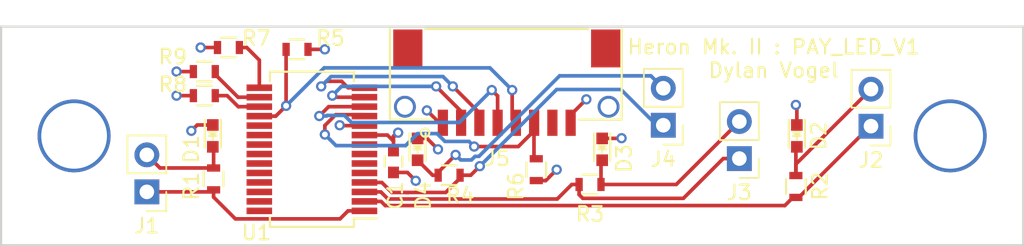
<source format=kicad_pcb>
(kicad_pcb (version 4) (host pcbnew 4.0.6)

  (general
    (links 39)
    (no_connects 0)
    (area 99.799999 48.047 170.200002 65.21)
    (thickness 1.6)
    (drawings 9)
    (tracks 185)
    (zones 0)
    (modules 20)
    (nets 34)
  )

  (page A4)
  (layers
    (0 F.Cu signal)
    (1 GND power)
    (2 VCC power)
    (31 B.Cu signal)
    (32 B.Adhes user)
    (33 F.Adhes user)
    (34 B.Paste user)
    (35 F.Paste user)
    (36 B.SilkS user)
    (37 F.SilkS user)
    (38 B.Mask user)
    (39 F.Mask user)
    (40 Dwgs.User user)
    (41 Cmts.User user)
    (42 Eco1.User user)
    (43 Eco2.User user)
    (44 Edge.Cuts user)
    (45 Margin user)
    (46 B.CrtYd user)
    (47 F.CrtYd user)
    (48 B.Fab user)
    (49 F.Fab user)
  )

  (setup
    (last_trace_width 0.25)
    (trace_clearance 0.2)
    (zone_clearance 0.508)
    (zone_45_only no)
    (trace_min 0.2)
    (segment_width 0.2)
    (edge_width 0.15)
    (via_size 0.7)
    (via_drill 0.4)
    (via_min_size 0.7)
    (via_min_drill 0.3)
    (uvia_size 0.3)
    (uvia_drill 0.1)
    (uvias_allowed no)
    (uvia_min_size 0.2)
    (uvia_min_drill 0.1)
    (pcb_text_width 0.3)
    (pcb_text_size 1.5 1.5)
    (mod_edge_width 0.15)
    (mod_text_size 1 1)
    (mod_text_width 0.15)
    (pad_size 1.524 1.524)
    (pad_drill 0.762)
    (pad_to_mask_clearance 0.2)
    (aux_axis_origin 0 0)
    (visible_elements FFFEFF7F)
    (pcbplotparams
      (layerselection 0x010f8_80000007)
      (usegerberextensions true)
      (excludeedgelayer true)
      (linewidth 0.100000)
      (plotframeref false)
      (viasonmask false)
      (mode 1)
      (useauxorigin false)
      (hpglpennumber 1)
      (hpglpenspeed 20)
      (hpglpendiameter 15)
      (hpglpenoverlay 2)
      (psnegative false)
      (psa4output false)
      (plotreference true)
      (plotvalue false)
      (plotinvisibletext false)
      (padsonsilk false)
      (subtractmaskfromsilk false)
      (outputformat 1)
      (mirror false)
      (drillshape 0)
      (scaleselection 1)
      (outputdirectory _outputs/))
  )

  (net 0 "")
  (net 1 GND)
  (net 2 +3V3)
  (net 3 "Net-(D1-Pad2)")
  (net 4 "Net-(D2-Pad2)")
  (net 5 "Net-(D3-Pad2)")
  (net 6 "Net-(D4-Pad2)")
  (net 7 /LED_1)
  (net 8 /MOSI)
  (net 9 /MISO)
  (net 10 /SCK)
  (net 11 /PEX_RST)
  (net 12 /PEX_CS)
  (net 13 /LED_2)
  (net 14 /LED_3)
  (net 15 /LED_4)
  (net 16 "Net-(R7-Pad2)")
  (net 17 "Net-(R8-Pad2)")
  (net 18 "Net-(R9-Pad2)")
  (net 19 "Net-(U1-Pad5)")
  (net 20 "Net-(U1-Pad6)")
  (net 21 "Net-(U1-Pad7)")
  (net 22 "Net-(U1-Pad8)")
  (net 23 "Net-(U1-Pad19)")
  (net 24 "Net-(U1-Pad20)")
  (net 25 "Net-(U1-Pad21)")
  (net 26 "Net-(U1-Pad22)")
  (net 27 "Net-(U1-Pad23)")
  (net 28 "Net-(U1-Pad24)")
  (net 29 "Net-(U1-Pad25)")
  (net 30 "Net-(U1-Pad26)")
  (net 31 "Net-(U1-Pad27)")
  (net 32 "Net-(U1-Pad28)")
  (net 33 "Net-(J5-Pad7)")

  (net_class Default "This is the default net class."
    (clearance 0.2)
    (trace_width 0.25)
    (via_dia 0.7)
    (via_drill 0.4)
    (uvia_dia 0.3)
    (uvia_drill 0.1)
    (add_net +3V3)
    (add_net /LED_1)
    (add_net /LED_2)
    (add_net /LED_3)
    (add_net /LED_4)
    (add_net /MISO)
    (add_net /MOSI)
    (add_net /PEX_CS)
    (add_net /PEX_RST)
    (add_net /SCK)
    (add_net GND)
    (add_net "Net-(D1-Pad2)")
    (add_net "Net-(D2-Pad2)")
    (add_net "Net-(D3-Pad2)")
    (add_net "Net-(D4-Pad2)")
    (add_net "Net-(J5-Pad7)")
    (add_net "Net-(R7-Pad2)")
    (add_net "Net-(R8-Pad2)")
    (add_net "Net-(R9-Pad2)")
    (add_net "Net-(U1-Pad19)")
    (add_net "Net-(U1-Pad20)")
    (add_net "Net-(U1-Pad21)")
    (add_net "Net-(U1-Pad22)")
    (add_net "Net-(U1-Pad23)")
    (add_net "Net-(U1-Pad24)")
    (add_net "Net-(U1-Pad25)")
    (add_net "Net-(U1-Pad26)")
    (add_net "Net-(U1-Pad27)")
    (add_net "Net-(U1-Pad28)")
    (add_net "Net-(U1-Pad5)")
    (add_net "Net-(U1-Pad6)")
    (add_net "Net-(U1-Pad7)")
    (add_net "Net-(U1-Pad8)")
  )

  (module Capacitors_SMD:C_0603 (layer F.Cu) (tedit 5415D631) (tstamp 599A6A64)
    (at 126.873 59.2575 90)
    (descr "Capacitor SMD 0603, reflow soldering, AVX (see smccp.pdf)")
    (tags "capacitor 0603")
    (path /599A6185)
    (attr smd)
    (fp_text reference C1 (at -2.3375 0.127 90) (layer F.SilkS)
      (effects (font (size 1 1) (thickness 0.15)))
    )
    (fp_text value 100nF (at 0 1.9 90) (layer F.Fab)
      (effects (font (size 1 1) (thickness 0.15)))
    )
    (fp_line (start -0.8 0.4) (end -0.8 -0.4) (layer F.Fab) (width 0.15))
    (fp_line (start 0.8 0.4) (end -0.8 0.4) (layer F.Fab) (width 0.15))
    (fp_line (start 0.8 -0.4) (end 0.8 0.4) (layer F.Fab) (width 0.15))
    (fp_line (start -0.8 -0.4) (end 0.8 -0.4) (layer F.Fab) (width 0.15))
    (fp_line (start -1.45 -0.75) (end 1.45 -0.75) (layer F.CrtYd) (width 0.05))
    (fp_line (start -1.45 0.75) (end 1.45 0.75) (layer F.CrtYd) (width 0.05))
    (fp_line (start -1.45 -0.75) (end -1.45 0.75) (layer F.CrtYd) (width 0.05))
    (fp_line (start 1.45 -0.75) (end 1.45 0.75) (layer F.CrtYd) (width 0.05))
    (fp_line (start -0.35 -0.6) (end 0.35 -0.6) (layer F.SilkS) (width 0.15))
    (fp_line (start 0.35 0.6) (end -0.35 0.6) (layer F.SilkS) (width 0.15))
    (pad 1 smd rect (at -0.75 0 90) (size 0.8 0.75) (layers F.Cu F.Paste F.Mask)
      (net 1 GND))
    (pad 2 smd rect (at 0.75 0 90) (size 0.8 0.75) (layers F.Cu F.Paste F.Mask)
      (net 2 +3V3))
    (model Capacitors_SMD.3dshapes/C_0603.wrl
      (at (xyz 0 0 0))
      (scale (xyz 1 1 1))
      (rotate (xyz 0 0 0))
    )
  )

  (module LEDs:LED_0603 (layer F.Cu) (tedit 55BDE255) (tstamp 599A6A7D)
    (at 114.5 57.5 270)
    (descr "LED 0603 smd package")
    (tags "LED led 0603 SMD smd SMT smt smdled SMDLED smtled SMTLED")
    (path /599A6F82)
    (attr smd)
    (fp_text reference D1 (at 0.92 1.47 270) (layer F.SilkS)
      (effects (font (size 1 1) (thickness 0.15)))
    )
    (fp_text value "600nM LED" (at 0 1.5 270) (layer F.Fab)
      (effects (font (size 1 1) (thickness 0.15)))
    )
    (fp_line (start -0.3 -0.2) (end -0.3 0.2) (layer F.Fab) (width 0.15))
    (fp_line (start -0.2 0) (end 0.1 -0.2) (layer F.Fab) (width 0.15))
    (fp_line (start 0.1 0.2) (end -0.2 0) (layer F.Fab) (width 0.15))
    (fp_line (start 0.1 -0.2) (end 0.1 0.2) (layer F.Fab) (width 0.15))
    (fp_line (start 0.8 0.4) (end -0.8 0.4) (layer F.Fab) (width 0.15))
    (fp_line (start 0.8 -0.4) (end 0.8 0.4) (layer F.Fab) (width 0.15))
    (fp_line (start -0.8 -0.4) (end 0.8 -0.4) (layer F.Fab) (width 0.15))
    (fp_line (start -0.8 0.4) (end -0.8 -0.4) (layer F.Fab) (width 0.15))
    (fp_line (start -1.1 0.55) (end 0.8 0.55) (layer F.SilkS) (width 0.15))
    (fp_line (start -1.1 -0.55) (end 0.8 -0.55) (layer F.SilkS) (width 0.15))
    (fp_line (start -0.2 0) (end 0.25 0) (layer F.SilkS) (width 0.15))
    (fp_line (start -0.25 -0.25) (end -0.25 0.25) (layer F.SilkS) (width 0.15))
    (fp_line (start -0.25 0) (end 0 -0.25) (layer F.SilkS) (width 0.15))
    (fp_line (start 0 -0.25) (end 0 0.25) (layer F.SilkS) (width 0.15))
    (fp_line (start 0 0.25) (end -0.25 0) (layer F.SilkS) (width 0.15))
    (fp_line (start 1.4 -0.75) (end 1.4 0.75) (layer F.CrtYd) (width 0.05))
    (fp_line (start 1.4 0.75) (end -1.4 0.75) (layer F.CrtYd) (width 0.05))
    (fp_line (start -1.4 0.75) (end -1.4 -0.75) (layer F.CrtYd) (width 0.05))
    (fp_line (start -1.4 -0.75) (end 1.4 -0.75) (layer F.CrtYd) (width 0.05))
    (pad 2 smd rect (at 0.7493 0 90) (size 0.79756 0.79756) (layers F.Cu F.Paste F.Mask)
      (net 3 "Net-(D1-Pad2)"))
    (pad 1 smd rect (at -0.7493 0 90) (size 0.79756 0.79756) (layers F.Cu F.Paste F.Mask)
      (net 1 GND))
    (model LEDs.3dshapes/LED_0603.wrl
      (at (xyz 0 0 0))
      (scale (xyz 1 1 1))
      (rotate (xyz 0 0 180))
    )
  )

  (module LEDs:LED_0603 (layer F.Cu) (tedit 55BDE255) (tstamp 599A6A96)
    (at 154.499 57.5 270)
    (descr "LED 0603 smd package")
    (tags "LED led 0603 SMD smd SMT smt smdled SMDLED smtled SMTLED")
    (path /599A713F)
    (attr smd)
    (fp_text reference D2 (at 0 -1.5 270) (layer F.SilkS)
      (effects (font (size 1 1) (thickness 0.15)))
    )
    (fp_text value "600nM LED" (at 0 1.5 270) (layer F.Fab)
      (effects (font (size 1 1) (thickness 0.15)))
    )
    (fp_line (start -0.3 -0.2) (end -0.3 0.2) (layer F.Fab) (width 0.15))
    (fp_line (start -0.2 0) (end 0.1 -0.2) (layer F.Fab) (width 0.15))
    (fp_line (start 0.1 0.2) (end -0.2 0) (layer F.Fab) (width 0.15))
    (fp_line (start 0.1 -0.2) (end 0.1 0.2) (layer F.Fab) (width 0.15))
    (fp_line (start 0.8 0.4) (end -0.8 0.4) (layer F.Fab) (width 0.15))
    (fp_line (start 0.8 -0.4) (end 0.8 0.4) (layer F.Fab) (width 0.15))
    (fp_line (start -0.8 -0.4) (end 0.8 -0.4) (layer F.Fab) (width 0.15))
    (fp_line (start -0.8 0.4) (end -0.8 -0.4) (layer F.Fab) (width 0.15))
    (fp_line (start -1.1 0.55) (end 0.8 0.55) (layer F.SilkS) (width 0.15))
    (fp_line (start -1.1 -0.55) (end 0.8 -0.55) (layer F.SilkS) (width 0.15))
    (fp_line (start -0.2 0) (end 0.25 0) (layer F.SilkS) (width 0.15))
    (fp_line (start -0.25 -0.25) (end -0.25 0.25) (layer F.SilkS) (width 0.15))
    (fp_line (start -0.25 0) (end 0 -0.25) (layer F.SilkS) (width 0.15))
    (fp_line (start 0 -0.25) (end 0 0.25) (layer F.SilkS) (width 0.15))
    (fp_line (start 0 0.25) (end -0.25 0) (layer F.SilkS) (width 0.15))
    (fp_line (start 1.4 -0.75) (end 1.4 0.75) (layer F.CrtYd) (width 0.05))
    (fp_line (start 1.4 0.75) (end -1.4 0.75) (layer F.CrtYd) (width 0.05))
    (fp_line (start -1.4 0.75) (end -1.4 -0.75) (layer F.CrtYd) (width 0.05))
    (fp_line (start -1.4 -0.75) (end 1.4 -0.75) (layer F.CrtYd) (width 0.05))
    (pad 2 smd rect (at 0.7493 0 90) (size 0.79756 0.79756) (layers F.Cu F.Paste F.Mask)
      (net 4 "Net-(D2-Pad2)"))
    (pad 1 smd rect (at -0.7493 0 90) (size 0.79756 0.79756) (layers F.Cu F.Paste F.Mask)
      (net 1 GND))
    (model LEDs.3dshapes/LED_0603.wrl
      (at (xyz 0 0 0))
      (scale (xyz 1 1 1))
      (rotate (xyz 0 0 180))
    )
  )

  (module LEDs:LED_0603 (layer F.Cu) (tedit 55BDE255) (tstamp 599A6AAF)
    (at 141.166 58.42 270)
    (descr "LED 0603 smd package")
    (tags "LED led 0603 SMD smd SMT smt smdled SMDLED smtled SMTLED")
    (path /599A71A3)
    (attr smd)
    (fp_text reference D3 (at 0.635 -1.5 270) (layer F.SilkS)
      (effects (font (size 1 1) (thickness 0.15)))
    )
    (fp_text value "600nM LED" (at 0 1.5 270) (layer F.Fab)
      (effects (font (size 1 1) (thickness 0.15)))
    )
    (fp_line (start -0.3 -0.2) (end -0.3 0.2) (layer F.Fab) (width 0.15))
    (fp_line (start -0.2 0) (end 0.1 -0.2) (layer F.Fab) (width 0.15))
    (fp_line (start 0.1 0.2) (end -0.2 0) (layer F.Fab) (width 0.15))
    (fp_line (start 0.1 -0.2) (end 0.1 0.2) (layer F.Fab) (width 0.15))
    (fp_line (start 0.8 0.4) (end -0.8 0.4) (layer F.Fab) (width 0.15))
    (fp_line (start 0.8 -0.4) (end 0.8 0.4) (layer F.Fab) (width 0.15))
    (fp_line (start -0.8 -0.4) (end 0.8 -0.4) (layer F.Fab) (width 0.15))
    (fp_line (start -0.8 0.4) (end -0.8 -0.4) (layer F.Fab) (width 0.15))
    (fp_line (start -1.1 0.55) (end 0.8 0.55) (layer F.SilkS) (width 0.15))
    (fp_line (start -1.1 -0.55) (end 0.8 -0.55) (layer F.SilkS) (width 0.15))
    (fp_line (start -0.2 0) (end 0.25 0) (layer F.SilkS) (width 0.15))
    (fp_line (start -0.25 -0.25) (end -0.25 0.25) (layer F.SilkS) (width 0.15))
    (fp_line (start -0.25 0) (end 0 -0.25) (layer F.SilkS) (width 0.15))
    (fp_line (start 0 -0.25) (end 0 0.25) (layer F.SilkS) (width 0.15))
    (fp_line (start 0 0.25) (end -0.25 0) (layer F.SilkS) (width 0.15))
    (fp_line (start 1.4 -0.75) (end 1.4 0.75) (layer F.CrtYd) (width 0.05))
    (fp_line (start 1.4 0.75) (end -1.4 0.75) (layer F.CrtYd) (width 0.05))
    (fp_line (start -1.4 0.75) (end -1.4 -0.75) (layer F.CrtYd) (width 0.05))
    (fp_line (start -1.4 -0.75) (end 1.4 -0.75) (layer F.CrtYd) (width 0.05))
    (pad 2 smd rect (at 0.7493 0 90) (size 0.79756 0.79756) (layers F.Cu F.Paste F.Mask)
      (net 5 "Net-(D3-Pad2)"))
    (pad 1 smd rect (at -0.7493 0 90) (size 0.79756 0.79756) (layers F.Cu F.Paste F.Mask)
      (net 1 GND))
    (model LEDs.3dshapes/LED_0603.wrl
      (at (xyz 0 0 0))
      (scale (xyz 1 1 1))
      (rotate (xyz 0 0 180))
    )
  )

  (module LEDs:LED_0603 (layer F.Cu) (tedit 55BDE255) (tstamp 599A6AC8)
    (at 128.524 58.42 270)
    (descr "LED 0603 smd package")
    (tags "LED led 0603 SMD smd SMT smt smdled SMDLED smtled SMTLED")
    (path /599A7233)
    (attr smd)
    (fp_text reference D4 (at 3.175 -0.381 270) (layer F.SilkS)
      (effects (font (size 1 1) (thickness 0.15)))
    )
    (fp_text value "600nM LED" (at 0 1.5 270) (layer F.Fab)
      (effects (font (size 1 1) (thickness 0.15)))
    )
    (fp_line (start -0.3 -0.2) (end -0.3 0.2) (layer F.Fab) (width 0.15))
    (fp_line (start -0.2 0) (end 0.1 -0.2) (layer F.Fab) (width 0.15))
    (fp_line (start 0.1 0.2) (end -0.2 0) (layer F.Fab) (width 0.15))
    (fp_line (start 0.1 -0.2) (end 0.1 0.2) (layer F.Fab) (width 0.15))
    (fp_line (start 0.8 0.4) (end -0.8 0.4) (layer F.Fab) (width 0.15))
    (fp_line (start 0.8 -0.4) (end 0.8 0.4) (layer F.Fab) (width 0.15))
    (fp_line (start -0.8 -0.4) (end 0.8 -0.4) (layer F.Fab) (width 0.15))
    (fp_line (start -0.8 0.4) (end -0.8 -0.4) (layer F.Fab) (width 0.15))
    (fp_line (start -1.1 0.55) (end 0.8 0.55) (layer F.SilkS) (width 0.15))
    (fp_line (start -1.1 -0.55) (end 0.8 -0.55) (layer F.SilkS) (width 0.15))
    (fp_line (start -0.2 0) (end 0.25 0) (layer F.SilkS) (width 0.15))
    (fp_line (start -0.25 -0.25) (end -0.25 0.25) (layer F.SilkS) (width 0.15))
    (fp_line (start -0.25 0) (end 0 -0.25) (layer F.SilkS) (width 0.15))
    (fp_line (start 0 -0.25) (end 0 0.25) (layer F.SilkS) (width 0.15))
    (fp_line (start 0 0.25) (end -0.25 0) (layer F.SilkS) (width 0.15))
    (fp_line (start 1.4 -0.75) (end 1.4 0.75) (layer F.CrtYd) (width 0.05))
    (fp_line (start 1.4 0.75) (end -1.4 0.75) (layer F.CrtYd) (width 0.05))
    (fp_line (start -1.4 0.75) (end -1.4 -0.75) (layer F.CrtYd) (width 0.05))
    (fp_line (start -1.4 -0.75) (end 1.4 -0.75) (layer F.CrtYd) (width 0.05))
    (pad 2 smd rect (at 0.7493 0 90) (size 0.79756 0.79756) (layers F.Cu F.Paste F.Mask)
      (net 6 "Net-(D4-Pad2)"))
    (pad 1 smd rect (at -0.7493 0 90) (size 0.79756 0.79756) (layers F.Cu F.Paste F.Mask)
      (net 1 GND))
    (model LEDs.3dshapes/LED_0603.wrl
      (at (xyz 0 0 0))
      (scale (xyz 1 1 1))
      (rotate (xyz 0 0 180))
    )
  )

  (module Socket_Strips:Socket_Strip_Straight_1x02_Pitch2.54mm (layer F.Cu) (tedit 588DE956) (tstamp 599A6ADC)
    (at 109.982 61.341 180)
    (descr "Through hole straight socket strip, 1x02, 2.54mm pitch, single row")
    (tags "Through hole socket strip THT 1x02 2.54mm single row")
    (path /599A78FA)
    (fp_text reference J1 (at 0 -2.33 180) (layer F.SilkS)
      (effects (font (size 1 1) (thickness 0.15)))
    )
    (fp_text value LED_1 (at 0 4.87 180) (layer F.Fab)
      (effects (font (size 1 1) (thickness 0.15)))
    )
    (fp_line (start -1.27 -1.27) (end -1.27 3.81) (layer F.Fab) (width 0.1))
    (fp_line (start -1.27 3.81) (end 1.27 3.81) (layer F.Fab) (width 0.1))
    (fp_line (start 1.27 3.81) (end 1.27 -1.27) (layer F.Fab) (width 0.1))
    (fp_line (start 1.27 -1.27) (end -1.27 -1.27) (layer F.Fab) (width 0.1))
    (fp_line (start -1.33 1.27) (end -1.33 3.87) (layer F.SilkS) (width 0.12))
    (fp_line (start -1.33 3.87) (end 1.33 3.87) (layer F.SilkS) (width 0.12))
    (fp_line (start 1.33 3.87) (end 1.33 1.27) (layer F.SilkS) (width 0.12))
    (fp_line (start 1.33 1.27) (end -1.33 1.27) (layer F.SilkS) (width 0.12))
    (fp_line (start -1.33 0) (end -1.33 -1.33) (layer F.SilkS) (width 0.12))
    (fp_line (start -1.33 -1.33) (end 0 -1.33) (layer F.SilkS) (width 0.12))
    (fp_line (start -1.55 -1.55) (end -1.55 4.1) (layer F.CrtYd) (width 0.05))
    (fp_line (start -1.55 4.1) (end 1.55 4.1) (layer F.CrtYd) (width 0.05))
    (fp_line (start 1.55 4.1) (end 1.55 -1.55) (layer F.CrtYd) (width 0.05))
    (fp_line (start 1.55 -1.55) (end -1.55 -1.55) (layer F.CrtYd) (width 0.05))
    (pad 1 thru_hole rect (at 0 0 180) (size 1.7 1.7) (drill 1) (layers *.Cu *.Mask)
      (net 7 /LED_1))
    (pad 2 thru_hole oval (at 0 2.54 180) (size 1.7 1.7) (drill 1) (layers *.Cu *.Mask)
      (net 3 "Net-(D1-Pad2)"))
    (model Socket_Strips.3dshapes/Socket_Strip_Straight_1x02_Pitch2.54mm.wrl
      (at (xyz 0 -0.05 0))
      (scale (xyz 1 1 1))
      (rotate (xyz 0 0 270))
    )
  )

  (module Resistors_SMD:R_0603 (layer F.Cu) (tedit 58307A47) (tstamp 599A6BA4)
    (at 114.554 60.452 90)
    (descr "Resistor SMD 0603, reflow soldering, Vishay (see dcrcw.pdf)")
    (tags "resistor 0603")
    (path /599A7507)
    (attr smd)
    (fp_text reference R1 (at -0.508 -1.524 90) (layer F.SilkS)
      (effects (font (size 1 1) (thickness 0.15)))
    )
    (fp_text value 180 (at 0 1.9 90) (layer F.Fab)
      (effects (font (size 1 1) (thickness 0.15)))
    )
    (fp_line (start -0.8 0.4) (end -0.8 -0.4) (layer F.Fab) (width 0.1))
    (fp_line (start 0.8 0.4) (end -0.8 0.4) (layer F.Fab) (width 0.1))
    (fp_line (start 0.8 -0.4) (end 0.8 0.4) (layer F.Fab) (width 0.1))
    (fp_line (start -0.8 -0.4) (end 0.8 -0.4) (layer F.Fab) (width 0.1))
    (fp_line (start -1.3 -0.8) (end 1.3 -0.8) (layer F.CrtYd) (width 0.05))
    (fp_line (start -1.3 0.8) (end 1.3 0.8) (layer F.CrtYd) (width 0.05))
    (fp_line (start -1.3 -0.8) (end -1.3 0.8) (layer F.CrtYd) (width 0.05))
    (fp_line (start 1.3 -0.8) (end 1.3 0.8) (layer F.CrtYd) (width 0.05))
    (fp_line (start 0.5 0.675) (end -0.5 0.675) (layer F.SilkS) (width 0.15))
    (fp_line (start -0.5 -0.675) (end 0.5 -0.675) (layer F.SilkS) (width 0.15))
    (pad 1 smd rect (at -0.75 0 90) (size 0.5 0.9) (layers F.Cu F.Paste F.Mask)
      (net 7 /LED_1))
    (pad 2 smd rect (at 0.75 0 90) (size 0.5 0.9) (layers F.Cu F.Paste F.Mask)
      (net 3 "Net-(D1-Pad2)"))
    (model Resistors_SMD.3dshapes/R_0603.wrl
      (at (xyz 0 0 0))
      (scale (xyz 1 1 1))
      (rotate (xyz 0 0 0))
    )
  )

  (module Resistors_SMD:R_0603 (layer F.Cu) (tedit 58307A47) (tstamp 599A6BB4)
    (at 154.432 60.972 90)
    (descr "Resistor SMD 0603, reflow soldering, Vishay (see dcrcw.pdf)")
    (tags "resistor 0603")
    (path /599A756E)
    (attr smd)
    (fp_text reference R2 (at 0.012 1.651 90) (layer F.SilkS)
      (effects (font (size 1 1) (thickness 0.15)))
    )
    (fp_text value 180 (at 0 1.9 90) (layer F.Fab)
      (effects (font (size 1 1) (thickness 0.15)))
    )
    (fp_line (start -0.8 0.4) (end -0.8 -0.4) (layer F.Fab) (width 0.1))
    (fp_line (start 0.8 0.4) (end -0.8 0.4) (layer F.Fab) (width 0.1))
    (fp_line (start 0.8 -0.4) (end 0.8 0.4) (layer F.Fab) (width 0.1))
    (fp_line (start -0.8 -0.4) (end 0.8 -0.4) (layer F.Fab) (width 0.1))
    (fp_line (start -1.3 -0.8) (end 1.3 -0.8) (layer F.CrtYd) (width 0.05))
    (fp_line (start -1.3 0.8) (end 1.3 0.8) (layer F.CrtYd) (width 0.05))
    (fp_line (start -1.3 -0.8) (end -1.3 0.8) (layer F.CrtYd) (width 0.05))
    (fp_line (start 1.3 -0.8) (end 1.3 0.8) (layer F.CrtYd) (width 0.05))
    (fp_line (start 0.5 0.675) (end -0.5 0.675) (layer F.SilkS) (width 0.15))
    (fp_line (start -0.5 -0.675) (end 0.5 -0.675) (layer F.SilkS) (width 0.15))
    (pad 1 smd rect (at -0.75 0 90) (size 0.5 0.9) (layers F.Cu F.Paste F.Mask)
      (net 13 /LED_2))
    (pad 2 smd rect (at 0.75 0 90) (size 0.5 0.9) (layers F.Cu F.Paste F.Mask)
      (net 4 "Net-(D2-Pad2)"))
    (model Resistors_SMD.3dshapes/R_0603.wrl
      (at (xyz 0 0 0))
      (scale (xyz 1 1 1))
      (rotate (xyz 0 0 0))
    )
  )

  (module Resistors_SMD:R_0603 (layer F.Cu) (tedit 58307A47) (tstamp 599A6BC4)
    (at 140.335 60.833)
    (descr "Resistor SMD 0603, reflow soldering, Vishay (see dcrcw.pdf)")
    (tags "resistor 0603")
    (path /599A75AE)
    (attr smd)
    (fp_text reference R3 (at 0 2.032) (layer F.SilkS)
      (effects (font (size 1 1) (thickness 0.15)))
    )
    (fp_text value 180 (at 0 1.9) (layer F.Fab)
      (effects (font (size 1 1) (thickness 0.15)))
    )
    (fp_line (start -0.8 0.4) (end -0.8 -0.4) (layer F.Fab) (width 0.1))
    (fp_line (start 0.8 0.4) (end -0.8 0.4) (layer F.Fab) (width 0.1))
    (fp_line (start 0.8 -0.4) (end 0.8 0.4) (layer F.Fab) (width 0.1))
    (fp_line (start -0.8 -0.4) (end 0.8 -0.4) (layer F.Fab) (width 0.1))
    (fp_line (start -1.3 -0.8) (end 1.3 -0.8) (layer F.CrtYd) (width 0.05))
    (fp_line (start -1.3 0.8) (end 1.3 0.8) (layer F.CrtYd) (width 0.05))
    (fp_line (start -1.3 -0.8) (end -1.3 0.8) (layer F.CrtYd) (width 0.05))
    (fp_line (start 1.3 -0.8) (end 1.3 0.8) (layer F.CrtYd) (width 0.05))
    (fp_line (start 0.5 0.675) (end -0.5 0.675) (layer F.SilkS) (width 0.15))
    (fp_line (start -0.5 -0.675) (end 0.5 -0.675) (layer F.SilkS) (width 0.15))
    (pad 1 smd rect (at -0.75 0) (size 0.5 0.9) (layers F.Cu F.Paste F.Mask)
      (net 14 /LED_3))
    (pad 2 smd rect (at 0.75 0) (size 0.5 0.9) (layers F.Cu F.Paste F.Mask)
      (net 5 "Net-(D3-Pad2)"))
    (model Resistors_SMD.3dshapes/R_0603.wrl
      (at (xyz 0 0 0))
      (scale (xyz 1 1 1))
      (rotate (xyz 0 0 0))
    )
  )

  (module Resistors_SMD:R_0603 (layer F.Cu) (tedit 58307A47) (tstamp 599A6BD4)
    (at 130.683 60.198 180)
    (descr "Resistor SMD 0603, reflow soldering, Vishay (see dcrcw.pdf)")
    (tags "resistor 0603")
    (path /599A75F4)
    (attr smd)
    (fp_text reference R4 (at -0.762 -1.397 180) (layer F.SilkS)
      (effects (font (size 1 1) (thickness 0.15)))
    )
    (fp_text value 180 (at 0 1.9 180) (layer F.Fab)
      (effects (font (size 1 1) (thickness 0.15)))
    )
    (fp_line (start -0.8 0.4) (end -0.8 -0.4) (layer F.Fab) (width 0.1))
    (fp_line (start 0.8 0.4) (end -0.8 0.4) (layer F.Fab) (width 0.1))
    (fp_line (start 0.8 -0.4) (end 0.8 0.4) (layer F.Fab) (width 0.1))
    (fp_line (start -0.8 -0.4) (end 0.8 -0.4) (layer F.Fab) (width 0.1))
    (fp_line (start -1.3 -0.8) (end 1.3 -0.8) (layer F.CrtYd) (width 0.05))
    (fp_line (start -1.3 0.8) (end 1.3 0.8) (layer F.CrtYd) (width 0.05))
    (fp_line (start -1.3 -0.8) (end -1.3 0.8) (layer F.CrtYd) (width 0.05))
    (fp_line (start 1.3 -0.8) (end 1.3 0.8) (layer F.CrtYd) (width 0.05))
    (fp_line (start 0.5 0.675) (end -0.5 0.675) (layer F.SilkS) (width 0.15))
    (fp_line (start -0.5 -0.675) (end 0.5 -0.675) (layer F.SilkS) (width 0.15))
    (pad 1 smd rect (at -0.75 0 180) (size 0.5 0.9) (layers F.Cu F.Paste F.Mask)
      (net 15 /LED_4))
    (pad 2 smd rect (at 0.75 0 180) (size 0.5 0.9) (layers F.Cu F.Paste F.Mask)
      (net 6 "Net-(D4-Pad2)"))
    (model Resistors_SMD.3dshapes/R_0603.wrl
      (at (xyz 0 0 0))
      (scale (xyz 1 1 1))
      (rotate (xyz 0 0 0))
    )
  )

  (module Resistors_SMD:R_0603 (layer F.Cu) (tedit 58307A47) (tstamp 599A6BE4)
    (at 120.269 51.562 180)
    (descr "Resistor SMD 0603, reflow soldering, Vishay (see dcrcw.pdf)")
    (tags "resistor 0603")
    (path /599A61DD)
    (attr smd)
    (fp_text reference R5 (at -2.286 0.762 180) (layer F.SilkS)
      (effects (font (size 1 1) (thickness 0.15)))
    )
    (fp_text value 10K (at 0 1.9 180) (layer F.Fab)
      (effects (font (size 1 1) (thickness 0.15)))
    )
    (fp_line (start -0.8 0.4) (end -0.8 -0.4) (layer F.Fab) (width 0.1))
    (fp_line (start 0.8 0.4) (end -0.8 0.4) (layer F.Fab) (width 0.1))
    (fp_line (start 0.8 -0.4) (end 0.8 0.4) (layer F.Fab) (width 0.1))
    (fp_line (start -0.8 -0.4) (end 0.8 -0.4) (layer F.Fab) (width 0.1))
    (fp_line (start -1.3 -0.8) (end 1.3 -0.8) (layer F.CrtYd) (width 0.05))
    (fp_line (start -1.3 0.8) (end 1.3 0.8) (layer F.CrtYd) (width 0.05))
    (fp_line (start -1.3 -0.8) (end -1.3 0.8) (layer F.CrtYd) (width 0.05))
    (fp_line (start 1.3 -0.8) (end 1.3 0.8) (layer F.CrtYd) (width 0.05))
    (fp_line (start 0.5 0.675) (end -0.5 0.675) (layer F.SilkS) (width 0.15))
    (fp_line (start -0.5 -0.675) (end 0.5 -0.675) (layer F.SilkS) (width 0.15))
    (pad 1 smd rect (at -0.75 0 180) (size 0.5 0.9) (layers F.Cu F.Paste F.Mask)
      (net 2 +3V3))
    (pad 2 smd rect (at 0.75 0 180) (size 0.5 0.9) (layers F.Cu F.Paste F.Mask)
      (net 11 /PEX_RST))
    (model Resistors_SMD.3dshapes/R_0603.wrl
      (at (xyz 0 0 0))
      (scale (xyz 1 1 1))
      (rotate (xyz 0 0 0))
    )
  )

  (module Resistors_SMD:R_0603 (layer F.Cu) (tedit 58307A47) (tstamp 599A6BF4)
    (at 136.652 59.817 90)
    (descr "Resistor SMD 0603, reflow soldering, Vishay (see dcrcw.pdf)")
    (tags "resistor 0603")
    (path /599A6228)
    (attr smd)
    (fp_text reference R6 (at -1.143 -1.397 90) (layer F.SilkS)
      (effects (font (size 1 1) (thickness 0.15)))
    )
    (fp_text value 10K (at 0 1.9 90) (layer F.Fab)
      (effects (font (size 1 1) (thickness 0.15)))
    )
    (fp_line (start -0.8 0.4) (end -0.8 -0.4) (layer F.Fab) (width 0.1))
    (fp_line (start 0.8 0.4) (end -0.8 0.4) (layer F.Fab) (width 0.1))
    (fp_line (start 0.8 -0.4) (end 0.8 0.4) (layer F.Fab) (width 0.1))
    (fp_line (start -0.8 -0.4) (end 0.8 -0.4) (layer F.Fab) (width 0.1))
    (fp_line (start -1.3 -0.8) (end 1.3 -0.8) (layer F.CrtYd) (width 0.05))
    (fp_line (start -1.3 0.8) (end 1.3 0.8) (layer F.CrtYd) (width 0.05))
    (fp_line (start -1.3 -0.8) (end -1.3 0.8) (layer F.CrtYd) (width 0.05))
    (fp_line (start 1.3 -0.8) (end 1.3 0.8) (layer F.CrtYd) (width 0.05))
    (fp_line (start 0.5 0.675) (end -0.5 0.675) (layer F.SilkS) (width 0.15))
    (fp_line (start -0.5 -0.675) (end 0.5 -0.675) (layer F.SilkS) (width 0.15))
    (pad 1 smd rect (at -0.75 0 90) (size 0.5 0.9) (layers F.Cu F.Paste F.Mask)
      (net 2 +3V3))
    (pad 2 smd rect (at 0.75 0 90) (size 0.5 0.9) (layers F.Cu F.Paste F.Mask)
      (net 12 /PEX_CS))
    (model Resistors_SMD.3dshapes/R_0603.wrl
      (at (xyz 0 0 0))
      (scale (xyz 1 1 1))
      (rotate (xyz 0 0 0))
    )
  )

  (module Resistors_SMD:R_0603 (layer F.Cu) (tedit 58307A47) (tstamp 599A6C04)
    (at 115.57 51.435)
    (descr "Resistor SMD 0603, reflow soldering, Vishay (see dcrcw.pdf)")
    (tags "resistor 0603")
    (path /599A6277)
    (attr smd)
    (fp_text reference R7 (at 1.905 -0.635) (layer F.SilkS)
      (effects (font (size 1 1) (thickness 0.15)))
    )
    (fp_text value 10K (at 0 1.9) (layer F.Fab)
      (effects (font (size 1 1) (thickness 0.15)))
    )
    (fp_line (start -0.8 0.4) (end -0.8 -0.4) (layer F.Fab) (width 0.1))
    (fp_line (start 0.8 0.4) (end -0.8 0.4) (layer F.Fab) (width 0.1))
    (fp_line (start 0.8 -0.4) (end 0.8 0.4) (layer F.Fab) (width 0.1))
    (fp_line (start -0.8 -0.4) (end 0.8 -0.4) (layer F.Fab) (width 0.1))
    (fp_line (start -1.3 -0.8) (end 1.3 -0.8) (layer F.CrtYd) (width 0.05))
    (fp_line (start -1.3 0.8) (end 1.3 0.8) (layer F.CrtYd) (width 0.05))
    (fp_line (start -1.3 -0.8) (end -1.3 0.8) (layer F.CrtYd) (width 0.05))
    (fp_line (start 1.3 -0.8) (end 1.3 0.8) (layer F.CrtYd) (width 0.05))
    (fp_line (start 0.5 0.675) (end -0.5 0.675) (layer F.SilkS) (width 0.15))
    (fp_line (start -0.5 -0.675) (end 0.5 -0.675) (layer F.SilkS) (width 0.15))
    (pad 1 smd rect (at -0.75 0) (size 0.5 0.9) (layers F.Cu F.Paste F.Mask)
      (net 2 +3V3))
    (pad 2 smd rect (at 0.75 0) (size 0.5 0.9) (layers F.Cu F.Paste F.Mask)
      (net 16 "Net-(R7-Pad2)"))
    (model Resistors_SMD.3dshapes/R_0603.wrl
      (at (xyz 0 0 0))
      (scale (xyz 1 1 1))
      (rotate (xyz 0 0 0))
    )
  )

  (module Resistors_SMD:R_0603 (layer F.Cu) (tedit 58307A47) (tstamp 599A6C14)
    (at 113.919 54.737)
    (descr "Resistor SMD 0603, reflow soldering, Vishay (see dcrcw.pdf)")
    (tags "resistor 0603")
    (path /599A6307)
    (attr smd)
    (fp_text reference R8 (at -2.159 -0.762) (layer F.SilkS)
      (effects (font (size 1 1) (thickness 0.15)))
    )
    (fp_text value 10K (at 0 1.9) (layer F.Fab)
      (effects (font (size 1 1) (thickness 0.15)))
    )
    (fp_line (start -0.8 0.4) (end -0.8 -0.4) (layer F.Fab) (width 0.1))
    (fp_line (start 0.8 0.4) (end -0.8 0.4) (layer F.Fab) (width 0.1))
    (fp_line (start 0.8 -0.4) (end 0.8 0.4) (layer F.Fab) (width 0.1))
    (fp_line (start -0.8 -0.4) (end 0.8 -0.4) (layer F.Fab) (width 0.1))
    (fp_line (start -1.3 -0.8) (end 1.3 -0.8) (layer F.CrtYd) (width 0.05))
    (fp_line (start -1.3 0.8) (end 1.3 0.8) (layer F.CrtYd) (width 0.05))
    (fp_line (start -1.3 -0.8) (end -1.3 0.8) (layer F.CrtYd) (width 0.05))
    (fp_line (start 1.3 -0.8) (end 1.3 0.8) (layer F.CrtYd) (width 0.05))
    (fp_line (start 0.5 0.675) (end -0.5 0.675) (layer F.SilkS) (width 0.15))
    (fp_line (start -0.5 -0.675) (end 0.5 -0.675) (layer F.SilkS) (width 0.15))
    (pad 1 smd rect (at -0.75 0) (size 0.5 0.9) (layers F.Cu F.Paste F.Mask)
      (net 1 GND))
    (pad 2 smd rect (at 0.75 0) (size 0.5 0.9) (layers F.Cu F.Paste F.Mask)
      (net 17 "Net-(R8-Pad2)"))
    (model Resistors_SMD.3dshapes/R_0603.wrl
      (at (xyz 0 0 0))
      (scale (xyz 1 1 1))
      (rotate (xyz 0 0 0))
    )
  )

  (module Resistors_SMD:R_0603 (layer F.Cu) (tedit 58307A47) (tstamp 599A6C24)
    (at 113.919 53.086)
    (descr "Resistor SMD 0603, reflow soldering, Vishay (see dcrcw.pdf)")
    (tags "resistor 0603")
    (path /599A62CD)
    (attr smd)
    (fp_text reference R9 (at -2.159 -1.016) (layer F.SilkS)
      (effects (font (size 1 1) (thickness 0.15)))
    )
    (fp_text value 10K (at 0 1.9) (layer F.Fab)
      (effects (font (size 1 1) (thickness 0.15)))
    )
    (fp_line (start -0.8 0.4) (end -0.8 -0.4) (layer F.Fab) (width 0.1))
    (fp_line (start 0.8 0.4) (end -0.8 0.4) (layer F.Fab) (width 0.1))
    (fp_line (start 0.8 -0.4) (end 0.8 0.4) (layer F.Fab) (width 0.1))
    (fp_line (start -0.8 -0.4) (end 0.8 -0.4) (layer F.Fab) (width 0.1))
    (fp_line (start -1.3 -0.8) (end 1.3 -0.8) (layer F.CrtYd) (width 0.05))
    (fp_line (start -1.3 0.8) (end 1.3 0.8) (layer F.CrtYd) (width 0.05))
    (fp_line (start -1.3 -0.8) (end -1.3 0.8) (layer F.CrtYd) (width 0.05))
    (fp_line (start 1.3 -0.8) (end 1.3 0.8) (layer F.CrtYd) (width 0.05))
    (fp_line (start 0.5 0.675) (end -0.5 0.675) (layer F.SilkS) (width 0.15))
    (fp_line (start -0.5 -0.675) (end 0.5 -0.675) (layer F.SilkS) (width 0.15))
    (pad 1 smd rect (at -0.75 0) (size 0.5 0.9) (layers F.Cu F.Paste F.Mask)
      (net 1 GND))
    (pad 2 smd rect (at 0.75 0) (size 0.5 0.9) (layers F.Cu F.Paste F.Mask)
      (net 18 "Net-(R9-Pad2)"))
    (model Resistors_SMD.3dshapes/R_0603.wrl
      (at (xyz 0 0 0))
      (scale (xyz 1 1 1))
      (rotate (xyz 0 0 0))
    )
  )

  (module Housings_SSOP:SSOP-28_5.3x10.2mm_Pitch0.65mm (layer F.Cu) (tedit 54130A77) (tstamp 599A6C54)
    (at 121.285 58.42 180)
    (descr "28-Lead Plastic Shrink Small Outline (SS)-5.30 mm Body [SSOP] (see Microchip Packaging Specification 00000049BS.pdf)")
    (tags "SSOP 0.65")
    (path /599A4A66)
    (attr smd)
    (fp_text reference U1 (at 3.81 -5.715 180) (layer F.SilkS)
      (effects (font (size 1 1) (thickness 0.15)))
    )
    (fp_text value MCP23S17 (at 0 6.25 180) (layer F.Fab)
      (effects (font (size 1 1) (thickness 0.15)))
    )
    (fp_line (start -1.65 -5.1) (end 2.65 -5.1) (layer F.Fab) (width 0.15))
    (fp_line (start 2.65 -5.1) (end 2.65 5.1) (layer F.Fab) (width 0.15))
    (fp_line (start 2.65 5.1) (end -2.65 5.1) (layer F.Fab) (width 0.15))
    (fp_line (start -2.65 5.1) (end -2.65 -4.1) (layer F.Fab) (width 0.15))
    (fp_line (start -2.65 -4.1) (end -1.65 -5.1) (layer F.Fab) (width 0.15))
    (fp_line (start -4.75 -5.5) (end -4.75 5.5) (layer F.CrtYd) (width 0.05))
    (fp_line (start 4.75 -5.5) (end 4.75 5.5) (layer F.CrtYd) (width 0.05))
    (fp_line (start -4.75 -5.5) (end 4.75 -5.5) (layer F.CrtYd) (width 0.05))
    (fp_line (start -4.75 5.5) (end 4.75 5.5) (layer F.CrtYd) (width 0.05))
    (fp_line (start -2.875 -5.325) (end -2.875 -4.75) (layer F.SilkS) (width 0.15))
    (fp_line (start 2.875 -5.325) (end 2.875 -4.675) (layer F.SilkS) (width 0.15))
    (fp_line (start 2.875 5.325) (end 2.875 4.675) (layer F.SilkS) (width 0.15))
    (fp_line (start -2.875 5.325) (end -2.875 4.675) (layer F.SilkS) (width 0.15))
    (fp_line (start -2.875 -5.325) (end 2.875 -5.325) (layer F.SilkS) (width 0.15))
    (fp_line (start -2.875 5.325) (end 2.875 5.325) (layer F.SilkS) (width 0.15))
    (fp_line (start -2.875 -4.75) (end -4.475 -4.75) (layer F.SilkS) (width 0.15))
    (pad 1 smd rect (at -3.6 -4.225 180) (size 1.75 0.45) (layers F.Cu F.Paste F.Mask)
      (net 7 /LED_1))
    (pad 2 smd rect (at -3.6 -3.575 180) (size 1.75 0.45) (layers F.Cu F.Paste F.Mask)
      (net 13 /LED_2))
    (pad 3 smd rect (at -3.6 -2.925 180) (size 1.75 0.45) (layers F.Cu F.Paste F.Mask)
      (net 14 /LED_3))
    (pad 4 smd rect (at -3.6 -2.275 180) (size 1.75 0.45) (layers F.Cu F.Paste F.Mask)
      (net 15 /LED_4))
    (pad 5 smd rect (at -3.6 -1.625 180) (size 1.75 0.45) (layers F.Cu F.Paste F.Mask)
      (net 19 "Net-(U1-Pad5)"))
    (pad 6 smd rect (at -3.6 -0.975 180) (size 1.75 0.45) (layers F.Cu F.Paste F.Mask)
      (net 20 "Net-(U1-Pad6)"))
    (pad 7 smd rect (at -3.6 -0.325 180) (size 1.75 0.45) (layers F.Cu F.Paste F.Mask)
      (net 21 "Net-(U1-Pad7)"))
    (pad 8 smd rect (at -3.6 0.325 180) (size 1.75 0.45) (layers F.Cu F.Paste F.Mask)
      (net 22 "Net-(U1-Pad8)"))
    (pad 9 smd rect (at -3.6 0.975 180) (size 1.75 0.45) (layers F.Cu F.Paste F.Mask)
      (net 2 +3V3))
    (pad 10 smd rect (at -3.6 1.625 180) (size 1.75 0.45) (layers F.Cu F.Paste F.Mask)
      (net 1 GND))
    (pad 11 smd rect (at -3.6 2.275 180) (size 1.75 0.45) (layers F.Cu F.Paste F.Mask)
      (net 12 /PEX_CS))
    (pad 12 smd rect (at -3.6 2.925 180) (size 1.75 0.45) (layers F.Cu F.Paste F.Mask)
      (net 10 /SCK))
    (pad 13 smd rect (at -3.6 3.575 180) (size 1.75 0.45) (layers F.Cu F.Paste F.Mask)
      (net 8 /MOSI))
    (pad 14 smd rect (at -3.6 4.225 180) (size 1.75 0.45) (layers F.Cu F.Paste F.Mask)
      (net 9 /MISO))
    (pad 15 smd rect (at 3.6 4.225 180) (size 1.75 0.45) (layers F.Cu F.Paste F.Mask)
      (net 16 "Net-(R7-Pad2)"))
    (pad 16 smd rect (at 3.6 3.575 180) (size 1.75 0.45) (layers F.Cu F.Paste F.Mask)
      (net 18 "Net-(R9-Pad2)"))
    (pad 17 smd rect (at 3.6 2.925 180) (size 1.75 0.45) (layers F.Cu F.Paste F.Mask)
      (net 17 "Net-(R8-Pad2)"))
    (pad 18 smd rect (at 3.6 2.275 180) (size 1.75 0.45) (layers F.Cu F.Paste F.Mask)
      (net 11 /PEX_RST))
    (pad 19 smd rect (at 3.6 1.625 180) (size 1.75 0.45) (layers F.Cu F.Paste F.Mask)
      (net 23 "Net-(U1-Pad19)"))
    (pad 20 smd rect (at 3.6 0.975 180) (size 1.75 0.45) (layers F.Cu F.Paste F.Mask)
      (net 24 "Net-(U1-Pad20)"))
    (pad 21 smd rect (at 3.6 0.325 180) (size 1.75 0.45) (layers F.Cu F.Paste F.Mask)
      (net 25 "Net-(U1-Pad21)"))
    (pad 22 smd rect (at 3.6 -0.325 180) (size 1.75 0.45) (layers F.Cu F.Paste F.Mask)
      (net 26 "Net-(U1-Pad22)"))
    (pad 23 smd rect (at 3.6 -0.975 180) (size 1.75 0.45) (layers F.Cu F.Paste F.Mask)
      (net 27 "Net-(U1-Pad23)"))
    (pad 24 smd rect (at 3.6 -1.625 180) (size 1.75 0.45) (layers F.Cu F.Paste F.Mask)
      (net 28 "Net-(U1-Pad24)"))
    (pad 25 smd rect (at 3.6 -2.275 180) (size 1.75 0.45) (layers F.Cu F.Paste F.Mask)
      (net 29 "Net-(U1-Pad25)"))
    (pad 26 smd rect (at 3.6 -2.925 180) (size 1.75 0.45) (layers F.Cu F.Paste F.Mask)
      (net 30 "Net-(U1-Pad26)"))
    (pad 27 smd rect (at 3.6 -3.575 180) (size 1.75 0.45) (layers F.Cu F.Paste F.Mask)
      (net 31 "Net-(U1-Pad27)"))
    (pad 28 smd rect (at 3.6 -4.225 180) (size 1.75 0.45) (layers F.Cu F.Paste F.Mask)
      (net 32 "Net-(U1-Pad28)"))
    (model Housings_SSOP.3dshapes/SSOP-28_5.3x10.2mm_Pitch0.65mm.wrl
      (at (xyz 0 0 0))
      (scale (xyz 1 1 1))
      (rotate (xyz 0 0 0))
    )
  )

  (module Socket_Strips:Socket_Strip_Straight_1x02_Pitch2.54mm (layer F.Cu) (tedit 588DE956) (tstamp 599FC965)
    (at 150.5585 59.055 180)
    (descr "Through hole straight socket strip, 1x02, 2.54mm pitch, single row")
    (tags "Through hole socket strip THT 1x02 2.54mm single row")
    (path /599A7A62)
    (fp_text reference J3 (at 0 -2.33 180) (layer F.SilkS)
      (effects (font (size 1 1) (thickness 0.15)))
    )
    (fp_text value LED_3 (at 0 4.87 180) (layer F.Fab)
      (effects (font (size 1 1) (thickness 0.15)))
    )
    (fp_line (start -1.27 -1.27) (end -1.27 3.81) (layer F.Fab) (width 0.1))
    (fp_line (start -1.27 3.81) (end 1.27 3.81) (layer F.Fab) (width 0.1))
    (fp_line (start 1.27 3.81) (end 1.27 -1.27) (layer F.Fab) (width 0.1))
    (fp_line (start 1.27 -1.27) (end -1.27 -1.27) (layer F.Fab) (width 0.1))
    (fp_line (start -1.33 1.27) (end -1.33 3.87) (layer F.SilkS) (width 0.12))
    (fp_line (start -1.33 3.87) (end 1.33 3.87) (layer F.SilkS) (width 0.12))
    (fp_line (start 1.33 3.87) (end 1.33 1.27) (layer F.SilkS) (width 0.12))
    (fp_line (start 1.33 1.27) (end -1.33 1.27) (layer F.SilkS) (width 0.12))
    (fp_line (start -1.33 0) (end -1.33 -1.33) (layer F.SilkS) (width 0.12))
    (fp_line (start -1.33 -1.33) (end 0 -1.33) (layer F.SilkS) (width 0.12))
    (fp_line (start -1.55 -1.55) (end -1.55 4.1) (layer F.CrtYd) (width 0.05))
    (fp_line (start -1.55 4.1) (end 1.55 4.1) (layer F.CrtYd) (width 0.05))
    (fp_line (start 1.55 4.1) (end 1.55 -1.55) (layer F.CrtYd) (width 0.05))
    (fp_line (start 1.55 -1.55) (end -1.55 -1.55) (layer F.CrtYd) (width 0.05))
    (pad 1 thru_hole rect (at 0 0 180) (size 1.7 1.7) (drill 1) (layers *.Cu *.Mask)
      (net 14 /LED_3))
    (pad 2 thru_hole oval (at 0 2.54 180) (size 1.7 1.7) (drill 1) (layers *.Cu *.Mask)
      (net 5 "Net-(D3-Pad2)"))
    (model Socket_Strips.3dshapes/Socket_Strip_Straight_1x02_Pitch2.54mm.wrl
      (at (xyz 0 -0.05 0))
      (scale (xyz 1 1 1))
      (rotate (xyz 0 0 270))
    )
  )

  (module Socket_Strips:Socket_Strip_Straight_1x02_Pitch2.54mm (layer F.Cu) (tedit 588DE956) (tstamp 599FC978)
    (at 145.3515 56.769 180)
    (descr "Through hole straight socket strip, 1x02, 2.54mm pitch, single row")
    (tags "Through hole socket strip THT 1x02 2.54mm single row")
    (path /599A7AE4)
    (fp_text reference J4 (at 0 -2.33 180) (layer F.SilkS)
      (effects (font (size 1 1) (thickness 0.15)))
    )
    (fp_text value LED_4 (at 0 4.87 180) (layer F.Fab)
      (effects (font (size 1 1) (thickness 0.15)))
    )
    (fp_line (start -1.27 -1.27) (end -1.27 3.81) (layer F.Fab) (width 0.1))
    (fp_line (start -1.27 3.81) (end 1.27 3.81) (layer F.Fab) (width 0.1))
    (fp_line (start 1.27 3.81) (end 1.27 -1.27) (layer F.Fab) (width 0.1))
    (fp_line (start 1.27 -1.27) (end -1.27 -1.27) (layer F.Fab) (width 0.1))
    (fp_line (start -1.33 1.27) (end -1.33 3.87) (layer F.SilkS) (width 0.12))
    (fp_line (start -1.33 3.87) (end 1.33 3.87) (layer F.SilkS) (width 0.12))
    (fp_line (start 1.33 3.87) (end 1.33 1.27) (layer F.SilkS) (width 0.12))
    (fp_line (start 1.33 1.27) (end -1.33 1.27) (layer F.SilkS) (width 0.12))
    (fp_line (start -1.33 0) (end -1.33 -1.33) (layer F.SilkS) (width 0.12))
    (fp_line (start -1.33 -1.33) (end 0 -1.33) (layer F.SilkS) (width 0.12))
    (fp_line (start -1.55 -1.55) (end -1.55 4.1) (layer F.CrtYd) (width 0.05))
    (fp_line (start -1.55 4.1) (end 1.55 4.1) (layer F.CrtYd) (width 0.05))
    (fp_line (start 1.55 4.1) (end 1.55 -1.55) (layer F.CrtYd) (width 0.05))
    (fp_line (start 1.55 -1.55) (end -1.55 -1.55) (layer F.CrtYd) (width 0.05))
    (pad 1 thru_hole rect (at 0 0 180) (size 1.7 1.7) (drill 1) (layers *.Cu *.Mask)
      (net 15 /LED_4))
    (pad 2 thru_hole oval (at 0 2.54 180) (size 1.7 1.7) (drill 1) (layers *.Cu *.Mask)
      (net 6 "Net-(D4-Pad2)"))
    (model Socket_Strips.3dshapes/Socket_Strip_Straight_1x02_Pitch2.54mm.wrl
      (at (xyz 0 -0.05 0))
      (scale (xyz 1 1 1))
      (rotate (xyz 0 0 270))
    )
  )

  (module Socket_Strips:Socket_Strip_Straight_1x02_Pitch2.54mm (layer F.Cu) (tedit 588DE956) (tstamp 599FD6AF)
    (at 159.5755 56.8325 180)
    (descr "Through hole straight socket strip, 1x02, 2.54mm pitch, single row")
    (tags "Through hole socket strip THT 1x02 2.54mm single row")
    (path /599A79D3)
    (fp_text reference J2 (at 0 -2.33 180) (layer F.SilkS)
      (effects (font (size 1 1) (thickness 0.15)))
    )
    (fp_text value LED_2 (at 0 4.87 180) (layer F.Fab)
      (effects (font (size 1 1) (thickness 0.15)))
    )
    (fp_line (start -1.27 -1.27) (end -1.27 3.81) (layer F.Fab) (width 0.1))
    (fp_line (start -1.27 3.81) (end 1.27 3.81) (layer F.Fab) (width 0.1))
    (fp_line (start 1.27 3.81) (end 1.27 -1.27) (layer F.Fab) (width 0.1))
    (fp_line (start 1.27 -1.27) (end -1.27 -1.27) (layer F.Fab) (width 0.1))
    (fp_line (start -1.33 1.27) (end -1.33 3.87) (layer F.SilkS) (width 0.12))
    (fp_line (start -1.33 3.87) (end 1.33 3.87) (layer F.SilkS) (width 0.12))
    (fp_line (start 1.33 3.87) (end 1.33 1.27) (layer F.SilkS) (width 0.12))
    (fp_line (start 1.33 1.27) (end -1.33 1.27) (layer F.SilkS) (width 0.12))
    (fp_line (start -1.33 0) (end -1.33 -1.33) (layer F.SilkS) (width 0.12))
    (fp_line (start -1.33 -1.33) (end 0 -1.33) (layer F.SilkS) (width 0.12))
    (fp_line (start -1.55 -1.55) (end -1.55 4.1) (layer F.CrtYd) (width 0.05))
    (fp_line (start -1.55 4.1) (end 1.55 4.1) (layer F.CrtYd) (width 0.05))
    (fp_line (start 1.55 4.1) (end 1.55 -1.55) (layer F.CrtYd) (width 0.05))
    (fp_line (start 1.55 -1.55) (end -1.55 -1.55) (layer F.CrtYd) (width 0.05))
    (pad 1 thru_hole rect (at 0 0 180) (size 1.7 1.7) (drill 1) (layers *.Cu *.Mask)
      (net 13 /LED_2))
    (pad 2 thru_hole oval (at 0 2.54 180) (size 1.7 1.7) (drill 1) (layers *.Cu *.Mask)
      (net 4 "Net-(D2-Pad2)"))
    (model Socket_Strips.3dshapes/Socket_Strip_Straight_1x02_Pitch2.54mm.wrl
      (at (xyz 0 -0.05 0))
      (scale (xyz 1 1 1))
      (rotate (xyz 0 0 270))
    )
  )

  (module footprints:Hirose_DF14-8P-1.25H (layer F.Cu) (tedit 5999EDDD) (tstamp 599FD6C2)
    (at 134.63 55.499)
    (path /599A4F0D)
    (fp_text reference J5 (at -0.645 3.556) (layer F.SilkS)
      (effects (font (size 1 1) (thickness 0.15)))
    )
    (fp_text value INCOMING_PAY-SSM (at 0 -6.477) (layer F.Fab)
      (effects (font (size 1 1) (thickness 0.15)))
    )
    (fp_circle (center -5.588 1.778) (end -5.461 2.032) (layer F.SilkS) (width 0.15))
    (fp_line (start -5.588 -5.334) (end 5.588 -5.334) (layer F.SilkS) (width 0.15))
    (fp_line (start 4.953 0.889) (end 7.874 0.889) (layer F.SilkS) (width 0.15))
    (fp_line (start -8.001 0.889) (end -5.08 0.889) (layer F.SilkS) (width 0.15))
    (fp_line (start 7.874 0.889) (end 7.874 -5.334) (layer F.SilkS) (width 0.15))
    (fp_line (start -8.001 0.889) (end -8.001 -5.334) (layer F.SilkS) (width 0.15))
    (pad ~ thru_hole circle (at 6.975 0) (size 1.5 1.5) (drill 1.1) (layers *.Cu *.Mask))
    (pad ~ thru_hole circle (at -6.975 0) (size 1.5 1.5) (drill 1.1) (layers *.Cu *.Mask))
    (pad ~ smd rect (at -6.775 -4) (size 2 2.6) (layers F.Cu F.Paste F.Mask))
    (pad ~ smd rect (at 6.775 -4) (size 2 2.6) (layers F.Cu F.Paste F.Mask))
    (pad 1 smd rect (at -4.375 1.1) (size 0.7 1.8) (layers F.Cu F.Paste F.Mask)
      (net 2 +3V3))
    (pad 2 smd rect (at -3.125 1.1) (size 0.7 1.8) (layers F.Cu F.Paste F.Mask)
      (net 8 /MOSI))
    (pad 3 smd rect (at -1.875 1.1) (size 0.7 1.8) (layers F.Cu F.Paste F.Mask)
      (net 9 /MISO))
    (pad 4 smd rect (at -0.625 1.1) (size 0.7 1.8) (layers F.Cu F.Paste F.Mask)
      (net 10 /SCK))
    (pad 5 smd rect (at 0.625 1.1) (size 0.7 1.8) (layers F.Cu F.Paste F.Mask)
      (net 11 /PEX_RST))
    (pad 6 smd rect (at 1.875 1.1) (size 0.7 1.8) (layers F.Cu F.Paste F.Mask)
      (net 12 /PEX_CS))
    (pad 7 smd rect (at 3.125 1.1) (size 0.7 1.8) (layers F.Cu F.Paste F.Mask)
      (net 33 "Net-(J5-Pad7)"))
    (pad 8 smd rect (at 4.375 1.1) (size 0.7 1.8) (layers F.Cu F.Paste F.Mask)
      (net 1 GND))
  )

  (gr_text "Heron Mk. II : PAY_LED_V1\nDylan Vogel" (at 152.908 52.197) (layer F.SilkS)
    (effects (font (size 1 1) (thickness 0.15)))
  )
  (gr_circle (center 127.833 57.5) (end 130.333 57.5) (layer Cmts.User) (width 0.2))
  (gr_circle (center 154.499 57.5) (end 156.999 57.5) (layer Cmts.User) (width 0.2))
  (gr_circle (center 141.166 57.5) (end 143.666 57.5) (layer Cmts.User) (width 0.2))
  (gr_circle (center 114.5 57.5) (end 117 57.5) (layer Cmts.User) (width 0.2))
  (gr_line (start 100 50) (end 100 65) (layer Edge.Cuts) (width 0.15))
  (gr_line (start 100 65) (end 170 65) (layer Edge.Cuts) (width 0.15))
  (gr_line (start 170 50) (end 170 65) (layer Edge.Cuts) (width 0.15))
  (gr_line (start 100 50) (end 170 50) (layer Edge.Cuts) (width 0.15))

  (via (at 105 57.5) (size 5) (drill 4.5) (layers F.Cu B.Cu) (net 0))
  (via (at 165 57.5) (size 5) (drill 4.5) (layers F.Cu B.Cu) (net 0))
  (segment (start 114.5 56.7507) (end 113.4293 56.7507) (width 0.25) (layer F.Cu) (net 1))
  (via (at 113.03 57.15) (size 0.7) (drill 0.4) (layers F.Cu B.Cu) (net 1))
  (segment (start 113.4293 56.7507) (end 113.03 57.15) (width 0.25) (layer F.Cu) (net 1) (tstamp 599FD97A))
  (segment (start 126.873 60.0075) (end 127.8255 60.0075) (width 0.25) (layer F.Cu) (net 1))
  (segment (start 127.8255 60.0075) (end 128.397 60.579) (width 0.25) (layer F.Cu) (net 1))
  (via (at 128.397 60.579) (size 0.7) (drill 0.4) (layers F.Cu B.Cu) (net 1))
  (segment (start 138.995 56.345) (end 138.995 56.077) (width 0.25) (layer F.Cu) (net 1))
  (segment (start 138.995 56.077) (end 140.081 54.991) (width 0.25) (layer F.Cu) (net 1))
  (via (at 140.081 54.991) (size 0.7) (drill 0.4) (layers F.Cu B.Cu) (net 1))
  (segment (start 124.885 56.795) (end 123.216 56.795) (width 0.25) (layer F.Cu) (net 1))
  (segment (start 123.216 56.795) (end 123.19 56.769) (width 0.25) (layer F.Cu) (net 1))
  (via (at 123.19 56.769) (size 0.7) (drill 0.4) (layers F.Cu B.Cu) (net 1))
  (segment (start 154.499 56.7507) (end 154.499 55.439) (width 0.25) (layer F.Cu) (net 1))
  (segment (start 154.499 55.439) (end 154.432 55.372) (width 0.25) (layer F.Cu) (net 1))
  (via (at 154.432 55.372) (size 0.7) (drill 0.4) (layers F.Cu B.Cu) (net 1))
  (segment (start 141.166 57.6707) (end 142.4813 57.6707) (width 0.25) (layer F.Cu) (net 1))
  (segment (start 142.4813 57.6707) (end 142.494 57.658) (width 0.25) (layer F.Cu) (net 1))
  (via (at 142.494 57.658) (size 0.7) (drill 0.4) (layers F.Cu B.Cu) (net 1))
  (segment (start 113.169 54.737) (end 112.014 54.737) (width 0.25) (layer F.Cu) (net 1))
  (via (at 112.014 54.737) (size 0.7) (drill 0.4) (layers F.Cu B.Cu) (net 1))
  (segment (start 113.169 53.086) (end 112.014 53.086) (width 0.25) (layer F.Cu) (net 1))
  (via (at 112.014 53.086) (size 0.7) (drill 0.4) (layers F.Cu B.Cu) (net 1))
  (segment (start 128.524 57.6707) (end 129.1717 57.6707) (width 0.25) (layer F.Cu) (net 1))
  (segment (start 129.1717 57.6707) (end 129.921 58.42) (width 0.25) (layer F.Cu) (net 1))
  (via (at 129.921 58.42) (size 0.7) (drill 0.4) (layers F.Cu B.Cu) (net 1))
  (segment (start 126.873 57.5075) (end 126.96 57.5075) (width 0.25) (layer F.Cu) (net 2))
  (segment (start 126.96 57.5075) (end 127.1905 57.277) (width 0.25) (layer F.Cu) (net 2))
  (via (at 127.1905 57.277) (size 0.7) (drill 0.4) (layers F.Cu B.Cu) (net 2))
  (segment (start 126.873 57.8575) (end 126.873 57.5075) (width 0.25) (layer F.Cu) (net 2))
  (segment (start 124.885 57.445) (end 126.4605 57.445) (width 0.25) (layer F.Cu) (net 2))
  (segment (start 126.4605 57.445) (end 126.873 57.8575) (width 0.25) (layer F.Cu) (net 2))
  (segment (start 126.873 57.8575) (end 126.873 58.5075) (width 0.25) (layer F.Cu) (net 2))
  (segment (start 130.255 56.599) (end 130.005 56.599) (width 0.25) (layer F.Cu) (net 2))
  (segment (start 130.005 56.599) (end 129.159 55.753) (width 0.25) (layer F.Cu) (net 2))
  (via (at 129.159 55.753) (size 0.7) (drill 0.4) (layers F.Cu B.Cu) (net 2))
  (segment (start 121.019 51.562) (end 122.174 51.562) (width 0.25) (layer F.Cu) (net 2))
  (via (at 122.174 51.562) (size 0.7) (drill 0.4) (layers F.Cu B.Cu) (net 2))
  (segment (start 136.652 60.567) (end 137.299 60.567) (width 0.25) (layer F.Cu) (net 2))
  (segment (start 137.299 60.567) (end 138.049 59.817) (width 0.25) (layer F.Cu) (net 2))
  (via (at 138.049 59.817) (size 0.7) (drill 0.4) (layers F.Cu B.Cu) (net 2))
  (segment (start 114.82 51.435) (end 113.665 51.435) (width 0.25) (layer F.Cu) (net 2))
  (via (at 113.665 51.435) (size 0.7) (drill 0.4) (layers F.Cu B.Cu) (net 2))
  (segment (start 130.245 56.345) (end 130.245 55.95) (width 0.25) (layer F.Cu) (net 2))
  (segment (start 109.982 58.801) (end 110.883 59.702) (width 0.25) (layer F.Cu) (net 3))
  (segment (start 110.883 59.702) (end 114.554 59.702) (width 0.25) (layer F.Cu) (net 3))
  (segment (start 114.554 59.702) (end 114.554 58.3033) (width 0.25) (layer F.Cu) (net 3))
  (segment (start 114.554 58.3033) (end 114.5 58.2493) (width 0.25) (layer F.Cu) (net 3))
  (segment (start 154.432 60.222) (end 154.432 59.436) (width 0.25) (layer F.Cu) (net 4))
  (segment (start 154.432 59.436) (end 159.5755 54.2925) (width 0.25) (layer F.Cu) (net 4))
  (segment (start 154.432 60.071) (end 154.432 58.3163) (width 0.25) (layer F.Cu) (net 4))
  (segment (start 154.432 58.3163) (end 154.499 58.2493) (width 0.25) (layer F.Cu) (net 4))
  (segment (start 141.085 60.833) (end 146.2405 60.833) (width 0.25) (layer F.Cu) (net 5))
  (segment (start 146.2405 60.833) (end 150.5585 56.515) (width 0.25) (layer F.Cu) (net 5))
  (segment (start 141.085 60.833) (end 141.085 59.2503) (width 0.25) (layer F.Cu) (net 5))
  (segment (start 141.085 59.2503) (end 141.166 59.1693) (width 0.25) (layer F.Cu) (net 5))
  (segment (start 131.1275 58.801) (end 131.477499 59.150999) (width 0.25) (layer B.Cu) (net 6))
  (segment (start 131.477499 59.150999) (end 132.212293 59.150999) (width 0.25) (layer B.Cu) (net 6))
  (segment (start 132.212293 59.150999) (end 132.458791 58.904501) (width 0.25) (layer B.Cu) (net 6))
  (segment (start 132.458791 58.904501) (end 132.721501 58.904501) (width 0.25) (layer B.Cu) (net 6))
  (segment (start 132.721501 58.904501) (end 138.247001 53.379001) (width 0.25) (layer B.Cu) (net 6))
  (segment (start 138.247001 53.379001) (end 144.501501 53.379001) (width 0.25) (layer B.Cu) (net 6))
  (segment (start 144.501501 53.379001) (end 145.3515 54.229) (width 0.25) (layer B.Cu) (net 6))
  (segment (start 129.933 60.198) (end 129.933 59.9955) (width 0.25) (layer F.Cu) (net 6))
  (segment (start 129.933 59.9955) (end 131.1275 58.801) (width 0.25) (layer F.Cu) (net 6))
  (via (at 131.1275 58.801) (size 0.7) (drill 0.4) (layers F.Cu B.Cu) (net 6))
  (segment (start 129.933 60.198) (end 129.5527 60.198) (width 0.25) (layer F.Cu) (net 6))
  (segment (start 129.5527 60.198) (end 128.524 59.1693) (width 0.25) (layer F.Cu) (net 6))
  (segment (start 109.982 61.341) (end 114.415 61.341) (width 0.25) (layer F.Cu) (net 7))
  (segment (start 114.415 61.341) (end 114.554 61.202) (width 0.25) (layer F.Cu) (net 7))
  (segment (start 114.554 61.202) (end 114.554 61.702) (width 0.25) (layer F.Cu) (net 7))
  (segment (start 123.76 62.645) (end 124.885 62.645) (width 0.25) (layer F.Cu) (net 7))
  (segment (start 114.554 61.702) (end 116.047001 63.195001) (width 0.25) (layer F.Cu) (net 7))
  (segment (start 116.047001 63.195001) (end 123.209999 63.195001) (width 0.25) (layer F.Cu) (net 7))
  (segment (start 123.209999 63.195001) (end 123.76 62.645) (width 0.25) (layer F.Cu) (net 7))
  (segment (start 129.794 54.102) (end 131.505 55.813) (width 0.25) (layer F.Cu) (net 8))
  (segment (start 131.505 55.813) (end 131.505 56.599) (width 0.25) (layer F.Cu) (net 8))
  (segment (start 129.802 54.102) (end 129.794 54.102) (width 0.25) (layer F.Cu) (net 8))
  (via (at 129.794 54.102) (size 0.7) (drill 0.4) (layers F.Cu B.Cu) (net 8))
  (segment (start 122.682 54.737) (end 122.79 54.845) (width 0.25) (layer F.Cu) (net 8))
  (segment (start 122.79 54.845) (end 124.885 54.845) (width 0.25) (layer F.Cu) (net 8))
  (segment (start 123.308001 54.102) (end 123.308001 54.110999) (width 0.25) (layer B.Cu) (net 8))
  (segment (start 123.308001 54.110999) (end 122.682 54.737) (width 0.25) (layer B.Cu) (net 8))
  (via (at 122.682 54.737) (size 0.7) (drill 0.4) (layers F.Cu B.Cu) (net 8))
  (segment (start 124.079 54.102) (end 123.308001 54.102) (width 0.25) (layer B.Cu) (net 8))
  (segment (start 129.794 54.102) (end 124.079 54.102) (width 0.25) (layer B.Cu) (net 8))
  (segment (start 130.937 54.102) (end 132.755 55.92) (width 0.25) (layer F.Cu) (net 9))
  (segment (start 132.755 55.92) (end 132.755 56.599) (width 0.25) (layer F.Cu) (net 9))
  (segment (start 121.92 54.102) (end 122.269999 53.752001) (width 0.25) (layer F.Cu) (net 9))
  (segment (start 122.269999 53.752001) (end 123.317001 53.752001) (width 0.25) (layer F.Cu) (net 9))
  (segment (start 123.317001 53.752001) (end 123.76 54.195) (width 0.25) (layer F.Cu) (net 9))
  (segment (start 123.76 54.195) (end 124.885 54.195) (width 0.25) (layer F.Cu) (net 9))
  (segment (start 123.611001 53.426999) (end 122.595001 53.426999) (width 0.25) (layer B.Cu) (net 9))
  (segment (start 122.595001 53.426999) (end 121.92 54.102) (width 0.25) (layer B.Cu) (net 9))
  (via (at 121.92 54.102) (size 0.7) (drill 0.4) (layers F.Cu B.Cu) (net 9))
  (segment (start 124.792 54.102) (end 124.885 54.195) (width 0.25) (layer F.Cu) (net 9))
  (segment (start 130.937 54.102) (end 130.261999 53.426999) (width 0.25) (layer B.Cu) (net 9))
  (segment (start 130.261999 53.426999) (end 123.611001 53.426999) (width 0.25) (layer B.Cu) (net 9))
  (segment (start 131.052 54.102) (end 130.937 54.102) (width 0.25) (layer F.Cu) (net 9))
  (via (at 130.937 54.102) (size 0.7) (drill 0.4) (layers F.Cu B.Cu) (net 9))
  (segment (start 121.793 56.134) (end 122.287974 56.134) (width 0.25) (layer B.Cu) (net 10))
  (segment (start 122.287974 56.134) (end 122.327975 56.093999) (width 0.25) (layer B.Cu) (net 10))
  (segment (start 131.3815 56.5785) (end 133.604 54.356) (width 0.25) (layer B.Cu) (net 10))
  (segment (start 122.327975 56.093999) (end 123.514001 56.093999) (width 0.25) (layer B.Cu) (net 10))
  (segment (start 123.514001 56.093999) (end 123.998502 56.5785) (width 0.25) (layer B.Cu) (net 10))
  (segment (start 123.998502 56.5785) (end 131.3815 56.5785) (width 0.25) (layer B.Cu) (net 10))
  (segment (start 133.604 54.356) (end 134.005 54.757) (width 0.25) (layer F.Cu) (net 10))
  (segment (start 134.005 54.757) (end 134.005 56.599) (width 0.25) (layer F.Cu) (net 10))
  (via (at 121.793 56.134) (size 0.7) (drill 0.4) (layers F.Cu B.Cu) (net 10))
  (segment (start 124.885 55.495) (end 122.432 55.495) (width 0.25) (layer F.Cu) (net 10))
  (segment (start 122.432 55.495) (end 121.793 56.134) (width 0.25) (layer F.Cu) (net 10))
  (segment (start 124.793001 55.403001) (end 124.885 55.495) (width 0.25) (layer F.Cu) (net 10))
  (via (at 133.604 54.356) (size 0.7) (drill 0.4) (layers F.Cu B.Cu) (net 10))
  (segment (start 135.001 54.356) (end 135.001 56.345) (width 0.25) (layer F.Cu) (net 11))
  (segment (start 135.001 56.345) (end 135.255 56.599) (width 0.25) (layer F.Cu) (net 11))
  (segment (start 122.123 52.832) (end 119.519 55.436) (width 0.25) (layer B.Cu) (net 11))
  (via (at 119.519 55.436) (size 0.7) (drill 0.4) (layers F.Cu B.Cu) (net 11))
  (segment (start 119.519 51.562) (end 119.519 55.436) (width 0.25) (layer F.Cu) (net 11))
  (segment (start 119.519 55.436) (end 118.81 56.145) (width 0.25) (layer F.Cu) (net 11))
  (segment (start 118.81 56.145) (end 117.685 56.145) (width 0.25) (layer F.Cu) (net 11))
  (segment (start 135.001 54.356) (end 133.477 52.832) (width 0.25) (layer B.Cu) (net 11))
  (segment (start 133.477 52.832) (end 122.123 52.832) (width 0.25) (layer B.Cu) (net 11))
  (via (at 135.001 54.356) (size 0.7) (drill 0.4) (layers F.Cu B.Cu) (net 11))
  (segment (start 132.3975 58.2295) (end 132.047501 57.879501) (width 0.25) (layer B.Cu) (net 12))
  (segment (start 132.047501 57.879501) (end 130.396501 57.879501) (width 0.25) (layer B.Cu) (net 12))
  (segment (start 130.396501 57.879501) (end 129.8575 57.3405) (width 0.25) (layer B.Cu) (net 12))
  (segment (start 129.8575 57.3405) (end 128.524 57.3405) (width 0.25) (layer B.Cu) (net 12))
  (segment (start 136.505 56.599) (end 136.505 57.149) (width 0.25) (layer F.Cu) (net 12))
  (segment (start 136.505 57.149) (end 135.4245 58.2295) (width 0.25) (layer F.Cu) (net 12))
  (segment (start 135.4245 58.2295) (end 132.3975 58.2295) (width 0.25) (layer F.Cu) (net 12))
  (via (at 132.3975 58.2295) (size 0.7) (drill 0.4) (layers F.Cu B.Cu) (net 12))
  (segment (start 128.524 57.3405) (end 127.6985 58.166) (width 0.25) (layer B.Cu) (net 12))
  (segment (start 127.6985 58.166) (end 122.936 58.166) (width 0.25) (layer B.Cu) (net 12))
  (segment (start 122.936 58.166) (end 122.523999 57.753999) (width 0.25) (layer B.Cu) (net 12))
  (segment (start 122.523999 57.753999) (end 122.174 57.404) (width 0.25) (layer B.Cu) (net 12))
  (via (at 122.174 57.404) (size 0.7) (drill 0.4) (layers F.Cu B.Cu) (net 12))
  (segment (start 122.174 57.404) (end 122.174 56.785998) (width 0.25) (layer F.Cu) (net 12))
  (segment (start 122.174 56.785998) (end 122.914997 56.045001) (width 0.25) (layer F.Cu) (net 12))
  (segment (start 122.914997 56.045001) (end 124.785001 56.045001) (width 0.25) (layer F.Cu) (net 12))
  (segment (start 124.785001 56.045001) (end 124.885 56.145) (width 0.25) (layer F.Cu) (net 12))
  (segment (start 136.495 56.345) (end 136.495 57.307) (width 0.25) (layer F.Cu) (net 12))
  (segment (start 136.495 56.345) (end 136.495 58.91) (width 0.25) (layer F.Cu) (net 12))
  (segment (start 136.495 58.91) (end 136.652 59.067) (width 0.25) (layer F.Cu) (net 12))
  (segment (start 154.432 61.722) (end 154.632 61.722) (width 0.25) (layer F.Cu) (net 13))
  (segment (start 154.632 61.722) (end 159.5215 56.8325) (width 0.25) (layer F.Cu) (net 13))
  (segment (start 159.5215 56.8325) (end 159.5755 56.8325) (width 0.25) (layer F.Cu) (net 13))
  (segment (start 124.885 61.995) (end 126.02359 61.995) (width 0.25) (layer F.Cu) (net 13))
  (segment (start 126.02359 61.995) (end 126.309611 62.281021) (width 0.25) (layer F.Cu) (net 13))
  (segment (start 126.309611 62.281021) (end 153.672979 62.281021) (width 0.25) (layer F.Cu) (net 13))
  (segment (start 153.672979 62.281021) (end 154.232 61.722) (width 0.25) (layer F.Cu) (net 13))
  (segment (start 154.232 61.722) (end 154.432 61.722) (width 0.25) (layer F.Cu) (net 13))
  (segment (start 139.8375 61.7855) (end 146.728 61.7855) (width 0.25) (layer F.Cu) (net 14))
  (segment (start 146.728 61.7855) (end 149.4585 59.055) (width 0.25) (layer F.Cu) (net 14))
  (segment (start 149.4585 59.055) (end 150.5585 59.055) (width 0.25) (layer F.Cu) (net 14))
  (segment (start 139.585 60.833) (end 139.585 61.533) (width 0.25) (layer F.Cu) (net 14))
  (segment (start 139.585 61.533) (end 139.8375 61.7855) (width 0.25) (layer F.Cu) (net 14))
  (segment (start 124.885 61.345) (end 126.01 61.345) (width 0.25) (layer F.Cu) (net 14))
  (segment (start 126.01 61.345) (end 126.496011 61.831011) (width 0.25) (layer F.Cu) (net 14))
  (segment (start 139.085 60.833) (end 139.585 60.833) (width 0.25) (layer F.Cu) (net 14))
  (segment (start 126.496011 61.831011) (end 138.086989 61.831011) (width 0.25) (layer F.Cu) (net 14))
  (segment (start 138.086989 61.831011) (end 139.085 60.833) (width 0.25) (layer F.Cu) (net 14))
  (segment (start 142.453999 54.315999) (end 144.907 56.769) (width 0.25) (layer B.Cu) (net 15))
  (segment (start 144.907 56.769) (end 145.3515 56.769) (width 0.25) (layer B.Cu) (net 15))
  (segment (start 132.785869 59.576425) (end 138.046295 54.315999) (width 0.25) (layer B.Cu) (net 15))
  (segment (start 138.046295 54.315999) (end 142.453999 54.315999) (width 0.25) (layer B.Cu) (net 15))
  (segment (start 131.433 60.198) (end 132.164294 60.198) (width 0.25) (layer F.Cu) (net 15))
  (segment (start 132.164294 60.198) (end 132.785869 59.576425) (width 0.25) (layer F.Cu) (net 15))
  (via (at 132.785869 59.576425) (size 0.7) (drill 0.4) (layers F.Cu B.Cu) (net 15))
  (segment (start 127.691999 61.381001) (end 127.889 61.381001) (width 0.25) (layer F.Cu) (net 15))
  (segment (start 127.889 61.381001) (end 130.449999 61.381001) (width 0.25) (layer F.Cu) (net 15))
  (segment (start 126.071704 60.695) (end 126.757705 61.381001) (width 0.25) (layer F.Cu) (net 15))
  (segment (start 126.757705 61.381001) (end 127.889 61.381001) (width 0.25) (layer F.Cu) (net 15))
  (segment (start 124.885 60.695) (end 126.071704 60.695) (width 0.25) (layer F.Cu) (net 15))
  (segment (start 130.449999 61.381001) (end 131.433 60.398) (width 0.25) (layer F.Cu) (net 15))
  (segment (start 131.433 60.398) (end 131.433 60.198) (width 0.25) (layer F.Cu) (net 15))
  (segment (start 117.685 54.195) (end 117.685 52.3) (width 0.25) (layer F.Cu) (net 16))
  (segment (start 117.685 52.3) (end 116.82 51.435) (width 0.25) (layer F.Cu) (net 16))
  (segment (start 116.82 51.435) (end 116.32 51.435) (width 0.25) (layer F.Cu) (net 16))
  (segment (start 114.669 54.737) (end 115.48359 54.737) (width 0.25) (layer F.Cu) (net 17))
  (segment (start 115.48359 54.737) (end 116.24159 55.495) (width 0.25) (layer F.Cu) (net 17))
  (segment (start 116.24159 55.495) (end 117.685 55.495) (width 0.25) (layer F.Cu) (net 17))
  (segment (start 117.685 54.845) (end 116.228 54.845) (width 0.25) (layer F.Cu) (net 18))
  (segment (start 116.228 54.845) (end 114.669 53.286) (width 0.25) (layer F.Cu) (net 18))
  (segment (start 114.669 53.286) (end 114.669 53.086) (width 0.25) (layer F.Cu) (net 18))

  (zone (net 1) (net_name GND) (layer GND) (tstamp 0) (hatch edge 0.508)
    (connect_pads (clearance 0.508))
    (min_thickness 0.254)
    (fill yes (arc_segments 16) (thermal_gap 0.508) (thermal_bridge_width 0.508))
    (polygon
      (pts
        (xy 100.33 50.165) (xy 169.545 50.165) (xy 169.545 64.77) (xy 100.33 64.77)
      )
    )
    (filled_polygon
      (pts
        (xy 112.830445 50.876314) (xy 112.680172 51.238212) (xy 112.67983 51.630069) (xy 112.829471 51.992229) (xy 113.106314 52.269555)
        (xy 113.468212 52.419828) (xy 113.860069 52.42017) (xy 114.222229 52.270529) (xy 114.499555 51.993686) (xy 114.649828 51.631788)
        (xy 114.65017 51.239931) (xy 114.500529 50.877771) (xy 114.33305 50.71) (xy 121.656634 50.71) (xy 121.616771 50.726471)
        (xy 121.339445 51.003314) (xy 121.189172 51.365212) (xy 121.18883 51.757069) (xy 121.338471 52.119229) (xy 121.615314 52.396555)
        (xy 121.977212 52.546828) (xy 122.369069 52.54717) (xy 122.731229 52.397529) (xy 123.008555 52.120686) (xy 123.158828 51.758788)
        (xy 123.15917 51.366931) (xy 123.009529 51.004771) (xy 122.732686 50.727445) (xy 122.690674 50.71) (xy 169.29 50.71)
        (xy 169.29 64.29) (xy 100.71 64.29) (xy 100.71 58.120854) (xy 101.864457 58.120854) (xy 102.340727 59.273515)
        (xy 103.221847 60.156174) (xy 104.373674 60.634454) (xy 105.620854 60.635543) (xy 106.773515 60.159273) (xy 107.656174 59.278153)
        (xy 107.854305 58.801) (xy 108.467907 58.801) (xy 108.580946 59.369285) (xy 108.902853 59.851054) (xy 108.944452 59.87885)
        (xy 108.896683 59.887838) (xy 108.680559 60.02691) (xy 108.535569 60.23911) (xy 108.48456 60.491) (xy 108.48456 62.191)
        (xy 108.528838 62.426317) (xy 108.66791 62.642441) (xy 108.88011 62.787431) (xy 109.132 62.83844) (xy 110.832 62.83844)
        (xy 111.067317 62.794162) (xy 111.283441 62.65509) (xy 111.428431 62.44289) (xy 111.47944 62.191) (xy 111.47944 60.491)
        (xy 111.435162 60.255683) (xy 111.29609 60.039559) (xy 111.08389 59.894569) (xy 111.016459 59.880914) (xy 111.061147 59.851054)
        (xy 111.383054 59.369285) (xy 111.457291 58.996069) (xy 130.14233 58.996069) (xy 130.291971 59.358229) (xy 130.568814 59.635555)
        (xy 130.930712 59.785828) (xy 131.322569 59.78617) (xy 131.684729 59.636529) (xy 131.800918 59.520542) (xy 131.800699 59.771494)
        (xy 131.95034 60.133654) (xy 132.227183 60.41098) (xy 132.589081 60.561253) (xy 132.980938 60.561595) (xy 133.343098 60.411954)
        (xy 133.620424 60.135111) (xy 133.671515 60.012069) (xy 137.06383 60.012069) (xy 137.213471 60.374229) (xy 137.490314 60.651555)
        (xy 137.852212 60.801828) (xy 138.244069 60.80217) (xy 138.606229 60.652529) (xy 138.883555 60.375686) (xy 139.033828 60.013788)
        (xy 139.03417 59.621931) (xy 138.884529 59.259771) (xy 138.607686 58.982445) (xy 138.245788 58.832172) (xy 137.853931 58.83183)
        (xy 137.491771 58.981471) (xy 137.214445 59.258314) (xy 137.064172 59.620212) (xy 137.06383 60.012069) (xy 133.671515 60.012069)
        (xy 133.770697 59.773213) (xy 133.771039 59.381356) (xy 133.621398 59.019196) (xy 133.344555 58.74187) (xy 133.265003 58.708837)
        (xy 133.382328 58.426288) (xy 133.38267 58.034431) (xy 133.233029 57.672271) (xy 132.956186 57.394945) (xy 132.594288 57.244672)
        (xy 132.202431 57.24433) (xy 131.840271 57.393971) (xy 131.562945 57.670814) (xy 131.476366 57.87932) (xy 131.324288 57.816172)
        (xy 130.932431 57.81583) (xy 130.570271 57.965471) (xy 130.292945 58.242314) (xy 130.142672 58.604212) (xy 130.14233 58.996069)
        (xy 111.457291 58.996069) (xy 111.496093 58.801) (xy 111.383054 58.232715) (xy 111.061147 57.750946) (xy 110.579378 57.429039)
        (xy 110.011093 57.316) (xy 109.952907 57.316) (xy 109.384622 57.429039) (xy 108.902853 57.750946) (xy 108.580946 58.232715)
        (xy 108.467907 58.801) (xy 107.854305 58.801) (xy 108.134454 58.126326) (xy 108.135543 56.879146) (xy 107.659273 55.726485)
        (xy 107.564024 55.631069) (xy 118.53383 55.631069) (xy 118.683471 55.993229) (xy 118.960314 56.270555) (xy 119.322212 56.420828)
        (xy 119.714069 56.42117) (xy 119.936971 56.329069) (xy 120.80783 56.329069) (xy 120.957471 56.691229) (xy 121.234314 56.968555)
        (xy 121.280336 56.987665) (xy 121.189172 57.207212) (xy 121.18883 57.599069) (xy 121.338471 57.961229) (xy 121.615314 58.238555)
        (xy 121.977212 58.388828) (xy 122.369069 58.38917) (xy 122.731229 58.239529) (xy 123.008555 57.962686) (xy 123.158828 57.600788)
        (xy 123.15894 57.472069) (xy 126.20533 57.472069) (xy 126.354971 57.834229) (xy 126.631814 58.111555) (xy 126.993712 58.261828)
        (xy 127.385569 58.26217) (xy 127.747729 58.112529) (xy 128.025055 57.835686) (xy 128.175328 57.473788) (xy 128.17567 57.081931)
        (xy 128.069968 56.826111) (xy 128.438515 56.673831) (xy 128.562693 56.549869) (xy 128.600314 56.587555) (xy 128.962212 56.737828)
        (xy 129.354069 56.73817) (xy 129.716229 56.588529) (xy 129.993555 56.311686) (xy 130.143828 55.949788) (xy 130.143982 55.773285)
        (xy 140.21976 55.773285) (xy 140.430169 56.282515) (xy 140.819436 56.672461) (xy 141.328298 56.883759) (xy 141.879285 56.88424)
        (xy 142.388515 56.673831) (xy 142.778461 56.284564) (xy 142.989759 55.775702) (xy 142.99024 55.224715) (xy 142.779831 54.715485)
        (xy 142.390564 54.325539) (xy 142.158073 54.229) (xy 143.837407 54.229) (xy 143.950446 54.797285) (xy 144.272353 55.279054)
        (xy 144.313952 55.30685) (xy 144.266183 55.315838) (xy 144.050059 55.45491) (xy 143.905069 55.66711) (xy 143.85406 55.919)
        (xy 143.85406 57.619) (xy 143.898338 57.854317) (xy 144.03741 58.070441) (xy 144.24961 58.215431) (xy 144.5015 58.26644)
        (xy 146.2015 58.26644) (xy 146.436817 58.222162) (xy 146.652941 58.08309) (xy 146.797931 57.87089) (xy 146.84894 57.619)
        (xy 146.84894 56.515) (xy 149.044407 56.515) (xy 149.157446 57.083285) (xy 149.479353 57.565054) (xy 149.520952 57.59285)
        (xy 149.473183 57.601838) (xy 149.257059 57.74091) (xy 149.112069 57.95311) (xy 149.06106 58.205) (xy 149.06106 59.905)
        (xy 149.105338 60.140317) (xy 149.24441 60.356441) (xy 149.45661 60.501431) (xy 149.7085 60.55244) (xy 151.4085 60.55244)
        (xy 151.643817 60.508162) (xy 151.859941 60.36909) (xy 152.004931 60.15689) (xy 152.05594 59.905) (xy 152.05594 58.205)
        (xy 152.011662 57.969683) (xy 151.87259 57.753559) (xy 151.66039 57.608569) (xy 151.592959 57.594914) (xy 151.637647 57.565054)
        (xy 151.959554 57.083285) (xy 152.072593 56.515) (xy 151.959554 55.946715) (xy 151.637647 55.464946) (xy 151.155878 55.143039)
        (xy 150.587593 55.03) (xy 150.529407 55.03) (xy 149.961122 55.143039) (xy 149.479353 55.464946) (xy 149.157446 55.946715)
        (xy 149.044407 56.515) (xy 146.84894 56.515) (xy 146.84894 55.919) (xy 146.804662 55.683683) (xy 146.66559 55.467559)
        (xy 146.45339 55.322569) (xy 146.385959 55.308914) (xy 146.430647 55.279054) (xy 146.752554 54.797285) (xy 146.852962 54.2925)
        (xy 158.061407 54.2925) (xy 158.174446 54.860785) (xy 158.496353 55.342554) (xy 158.537952 55.37035) (xy 158.490183 55.379338)
        (xy 158.274059 55.51841) (xy 158.129069 55.73061) (xy 158.07806 55.9825) (xy 158.07806 57.6825) (xy 158.122338 57.917817)
        (xy 158.26141 58.133941) (xy 158.47361 58.278931) (xy 158.7255 58.32994) (xy 160.4255 58.32994) (xy 160.660817 58.285662)
        (xy 160.876941 58.14659) (xy 160.894525 58.120854) (xy 161.864457 58.120854) (xy 162.340727 59.273515) (xy 163.221847 60.156174)
        (xy 164.373674 60.634454) (xy 165.620854 60.635543) (xy 166.773515 60.159273) (xy 167.656174 59.278153) (xy 168.134454 58.126326)
        (xy 168.135543 56.879146) (xy 167.659273 55.726485) (xy 166.778153 54.843826) (xy 165.626326 54.365546) (xy 164.379146 54.364457)
        (xy 163.226485 54.840727) (xy 162.343826 55.721847) (xy 161.865546 56.873674) (xy 161.864457 58.120854) (xy 160.894525 58.120854)
        (xy 161.021931 57.93439) (xy 161.07294 57.6825) (xy 161.07294 55.9825) (xy 161.028662 55.747183) (xy 160.88959 55.531059)
        (xy 160.67739 55.386069) (xy 160.609959 55.372414) (xy 160.654647 55.342554) (xy 160.976554 54.860785) (xy 161.089593 54.2925)
        (xy 160.976554 53.724215) (xy 160.654647 53.242446) (xy 160.172878 52.920539) (xy 159.604593 52.8075) (xy 159.546407 52.8075)
        (xy 158.978122 52.920539) (xy 158.496353 53.242446) (xy 158.174446 53.724215) (xy 158.061407 54.2925) (xy 146.852962 54.2925)
        (xy 146.865593 54.229) (xy 146.752554 53.660715) (xy 146.430647 53.178946) (xy 145.948878 52.857039) (xy 145.380593 52.744)
        (xy 145.322407 52.744) (xy 144.754122 52.857039) (xy 144.272353 53.178946) (xy 143.950446 53.660715) (xy 143.837407 54.229)
        (xy 142.158073 54.229) (xy 141.881702 54.114241) (xy 141.330715 54.11376) (xy 140.821485 54.324169) (xy 140.431539 54.713436)
        (xy 140.220241 55.222298) (xy 140.21976 55.773285) (xy 130.143982 55.773285) (xy 130.14417 55.557931) (xy 129.994529 55.195771)
        (xy 129.886027 55.08708) (xy 129.989069 55.08717) (xy 130.351229 54.937529) (xy 130.365282 54.9235) (xy 130.378314 54.936555)
        (xy 130.740212 55.086828) (xy 131.132069 55.08717) (xy 131.494229 54.937529) (xy 131.771555 54.660686) (xy 131.817071 54.551069)
        (xy 132.61883 54.551069) (xy 132.768471 54.913229) (xy 133.045314 55.190555) (xy 133.407212 55.340828) (xy 133.799069 55.34117)
        (xy 134.161229 55.191529) (xy 134.302503 55.050501) (xy 134.442314 55.190555) (xy 134.804212 55.340828) (xy 135.196069 55.34117)
        (xy 135.558229 55.191529) (xy 135.835555 54.914686) (xy 135.985828 54.552788) (xy 135.98617 54.160931) (xy 135.836529 53.798771)
        (xy 135.559686 53.521445) (xy 135.197788 53.371172) (xy 134.805931 53.37083) (xy 134.443771 53.520471) (xy 134.302497 53.661499)
        (xy 134.162686 53.521445) (xy 133.800788 53.371172) (xy 133.408931 53.37083) (xy 133.046771 53.520471) (xy 132.769445 53.797314)
        (xy 132.619172 54.159212) (xy 132.61883 54.551069) (xy 131.817071 54.551069) (xy 131.921828 54.298788) (xy 131.92217 53.906931)
        (xy 131.772529 53.544771) (xy 131.495686 53.267445) (xy 131.133788 53.117172) (xy 130.741931 53.11683) (xy 130.379771 53.266471)
        (xy 130.365718 53.2805) (xy 130.352686 53.267445) (xy 129.990788 53.117172) (xy 129.598931 53.11683) (xy 129.236771 53.266471)
        (xy 128.959445 53.543314) (xy 128.809172 53.905212) (xy 128.80883 54.297069) (xy 128.958471 54.659229) (xy 129.066973 54.76792)
        (xy 128.963931 54.76783) (xy 128.867861 54.807525) (xy 128.829831 54.715485) (xy 128.440564 54.325539) (xy 127.931702 54.114241)
        (xy 127.380715 54.11376) (xy 126.871485 54.324169) (xy 126.481539 54.713436) (xy 126.270241 55.222298) (xy 126.26976 55.773285)
        (xy 126.480169 56.282515) (xy 126.63722 56.439839) (xy 126.633271 56.441471) (xy 126.355945 56.718314) (xy 126.205672 57.080212)
        (xy 126.20533 57.472069) (xy 123.15894 57.472069) (xy 123.15917 57.208931) (xy 123.009529 56.846771) (xy 122.732686 56.569445)
        (xy 122.686664 56.550335) (xy 122.777828 56.330788) (xy 122.77817 55.938931) (xy 122.688538 55.722005) (xy 122.877069 55.72217)
        (xy 123.239229 55.572529) (xy 123.516555 55.295686) (xy 123.666828 54.933788) (xy 123.66717 54.541931) (xy 123.517529 54.179771)
        (xy 123.240686 53.902445) (xy 122.878788 53.752172) (xy 122.841212 53.752139) (xy 122.755529 53.544771) (xy 122.478686 53.267445)
        (xy 122.116788 53.117172) (xy 121.724931 53.11683) (xy 121.362771 53.266471) (xy 121.085445 53.543314) (xy 120.935172 53.905212)
        (xy 120.93483 54.297069) (xy 121.084471 54.659229) (xy 121.361314 54.936555) (xy 121.723212 55.086828) (xy 121.760788 55.086861)
        (xy 121.786462 55.148995) (xy 121.597931 55.14883) (xy 121.235771 55.298471) (xy 120.958445 55.575314) (xy 120.808172 55.937212)
        (xy 120.80783 56.329069) (xy 119.936971 56.329069) (xy 120.076229 56.271529) (xy 120.353555 55.994686) (xy 120.503828 55.632788)
        (xy 120.50417 55.240931) (xy 120.354529 54.878771) (xy 120.077686 54.601445) (xy 119.715788 54.451172) (xy 119.323931 54.45083)
        (xy 118.961771 54.600471) (xy 118.684445 54.877314) (xy 118.534172 55.239212) (xy 118.53383 55.631069) (xy 107.564024 55.631069)
        (xy 106.778153 54.843826) (xy 105.626326 54.365546) (xy 104.379146 54.364457) (xy 103.226485 54.840727) (xy 102.343826 55.721847)
        (xy 101.865546 56.873674) (xy 101.864457 58.120854) (xy 100.71 58.120854) (xy 100.71 50.71) (xy 112.997049 50.71)
      )
    )
  )
  (zone (net 2) (net_name +3V3) (layer VCC) (tstamp 0) (hatch edge 0.508)
    (connect_pads (clearance 0.508))
    (min_thickness 0.254)
    (fill yes (arc_segments 16) (thermal_gap 0.508) (thermal_bridge_width 0.508))
    (polygon
      (pts
        (xy 100.33 50.165) (xy 169.545 50.165) (xy 169.545 64.77) (xy 100.33 64.77)
      )
    )
    (filled_polygon
      (pts
        (xy 169.29 64.29) (xy 100.71 64.29) (xy 100.71 58.120854) (xy 101.864457 58.120854) (xy 102.340727 59.273515)
        (xy 103.221847 60.156174) (xy 104.373674 60.634454) (xy 105.620854 60.635543) (xy 106.773515 60.159273) (xy 107.656174 59.278153)
        (xy 107.854305 58.801) (xy 108.467907 58.801) (xy 108.580946 59.369285) (xy 108.902853 59.851054) (xy 108.944452 59.87885)
        (xy 108.896683 59.887838) (xy 108.680559 60.02691) (xy 108.535569 60.23911) (xy 108.48456 60.491) (xy 108.48456 62.191)
        (xy 108.528838 62.426317) (xy 108.66791 62.642441) (xy 108.88011 62.787431) (xy 109.132 62.83844) (xy 110.832 62.83844)
        (xy 111.067317 62.794162) (xy 111.283441 62.65509) (xy 111.428431 62.44289) (xy 111.47944 62.191) (xy 111.47944 60.774069)
        (xy 127.41183 60.774069) (xy 127.561471 61.136229) (xy 127.838314 61.413555) (xy 128.200212 61.563828) (xy 128.592069 61.56417)
        (xy 128.954229 61.414529) (xy 129.231555 61.137686) (xy 129.381828 60.775788) (xy 129.38217 60.383931) (xy 129.232529 60.021771)
        (xy 128.955686 59.744445) (xy 128.593788 59.594172) (xy 128.201931 59.59383) (xy 127.839771 59.743471) (xy 127.562445 60.020314)
        (xy 127.412172 60.382212) (xy 127.41183 60.774069) (xy 111.47944 60.774069) (xy 111.47944 60.491) (xy 111.435162 60.255683)
        (xy 111.29609 60.039559) (xy 111.08389 59.894569) (xy 111.016459 59.880914) (xy 111.061147 59.851054) (xy 111.383054 59.369285)
        (xy 111.496093 58.801) (xy 111.459109 58.615069) (xy 128.93583 58.615069) (xy 129.085471 58.977229) (xy 129.362314 59.254555)
        (xy 129.724212 59.404828) (xy 130.116069 59.40517) (xy 130.282886 59.336243) (xy 130.291971 59.358229) (xy 130.568814 59.635555)
        (xy 130.930712 59.785828) (xy 131.322569 59.78617) (xy 131.684729 59.636529) (xy 131.800918 59.520542) (xy 131.800699 59.771494)
        (xy 131.95034 60.133654) (xy 132.227183 60.41098) (xy 132.589081 60.561253) (xy 132.980938 60.561595) (xy 133.343098 60.411954)
        (xy 133.620424 60.135111) (xy 133.770697 59.773213) (xy 133.771039 59.381356) (xy 133.621398 59.019196) (xy 133.344555 58.74187)
        (xy 133.265003 58.708837) (xy 133.382328 58.426288) (xy 133.38267 58.034431) (xy 133.233029 57.672271) (xy 132.956186 57.394945)
        (xy 132.594288 57.244672) (xy 132.202431 57.24433) (xy 131.840271 57.393971) (xy 131.562945 57.670814) (xy 131.476366 57.87932)
        (xy 131.324288 57.816172) (xy 130.932431 57.81583) (xy 130.765614 57.884757) (xy 130.756529 57.862771) (xy 130.479686 57.585445)
        (xy 130.117788 57.435172) (xy 129.725931 57.43483) (xy 129.363771 57.584471) (xy 129.086445 57.861314) (xy 128.936172 58.223212)
        (xy 128.93583 58.615069) (xy 111.459109 58.615069) (xy 111.383054 58.232715) (xy 111.061147 57.750946) (xy 110.579378 57.429039)
        (xy 110.157233 57.345069) (xy 112.04483 57.345069) (xy 112.194471 57.707229) (xy 112.471314 57.984555) (xy 112.833212 58.134828)
        (xy 113.225069 58.13517) (xy 113.587229 57.985529) (xy 113.864555 57.708686) (xy 114.014828 57.346788) (xy 114.01517 56.954931)
        (xy 113.865529 56.592771) (xy 113.588686 56.315445) (xy 113.226788 56.165172) (xy 112.834931 56.16483) (xy 112.472771 56.314471)
        (xy 112.195445 56.591314) (xy 112.045172 56.953212) (xy 112.04483 57.345069) (xy 110.157233 57.345069) (xy 110.011093 57.316)
        (xy 109.952907 57.316) (xy 109.384622 57.429039) (xy 108.902853 57.750946) (xy 108.580946 58.232715) (xy 108.467907 58.801)
        (xy 107.854305 58.801) (xy 108.134454 58.126326) (xy 108.135543 56.879146) (xy 107.659273 55.726485) (xy 106.778153 54.843826)
        (xy 105.626326 54.365546) (xy 104.379146 54.364457) (xy 103.226485 54.840727) (xy 102.343826 55.721847) (xy 101.865546 56.873674)
        (xy 101.864457 58.120854) (xy 100.71 58.120854) (xy 100.71 53.281069) (xy 111.02883 53.281069) (xy 111.178471 53.643229)
        (xy 111.446499 53.911725) (xy 111.179445 54.178314) (xy 111.029172 54.540212) (xy 111.02883 54.932069) (xy 111.178471 55.294229)
        (xy 111.455314 55.571555) (xy 111.817212 55.721828) (xy 112.209069 55.72217) (xy 112.42955 55.631069) (xy 118.53383 55.631069)
        (xy 118.683471 55.993229) (xy 118.960314 56.270555) (xy 119.322212 56.420828) (xy 119.714069 56.42117) (xy 119.936971 56.329069)
        (xy 120.80783 56.329069) (xy 120.957471 56.691229) (xy 121.234314 56.968555) (xy 121.280336 56.987665) (xy 121.189172 57.207212)
        (xy 121.18883 57.599069) (xy 121.338471 57.961229) (xy 121.615314 58.238555) (xy 121.977212 58.388828) (xy 122.369069 58.38917)
        (xy 122.731229 58.239529) (xy 123.008555 57.962686) (xy 123.095243 57.753917) (xy 123.385069 57.75417) (xy 123.747229 57.604529)
        (xy 124.024555 57.327686) (xy 124.174828 56.965788) (xy 124.17517 56.573931) (xy 124.025529 56.211771) (xy 123.748686 55.934445)
        (xy 123.386788 55.784172) (xy 122.994931 55.78383) (xy 122.75504 55.882951) (xy 122.709727 55.773285) (xy 126.26976 55.773285)
        (xy 126.480169 56.282515) (xy 126.869436 56.672461) (xy 127.378298 56.883759) (xy 127.929285 56.88424) (xy 128.438515 56.673831)
        (xy 128.828461 56.284564) (xy 129.039759 55.775702) (xy 129.04024 55.224715) (xy 128.829831 54.715485) (xy 128.440564 54.325539)
        (xy 128.372001 54.297069) (xy 128.80883 54.297069) (xy 128.958471 54.659229) (xy 129.235314 54.936555) (xy 129.597212 55.086828)
        (xy 129.989069 55.08717) (xy 130.351229 54.937529) (xy 130.365282 54.9235) (xy 130.378314 54.936555) (xy 130.740212 55.086828)
        (xy 131.132069 55.08717) (xy 131.494229 54.937529) (xy 131.771555 54.660686) (xy 131.817071 54.551069) (xy 132.61883 54.551069)
        (xy 132.768471 54.913229) (xy 133.045314 55.190555) (xy 133.407212 55.340828) (xy 133.799069 55.34117) (xy 134.161229 55.191529)
        (xy 134.302503 55.050501) (xy 134.442314 55.190555) (xy 134.804212 55.340828) (xy 135.196069 55.34117) (xy 135.558229 55.191529)
        (xy 135.563698 55.186069) (xy 139.09583 55.186069) (xy 139.245471 55.548229) (xy 139.522314 55.825555) (xy 139.884212 55.975828)
        (xy 140.276069 55.97617) (xy 140.299577 55.966457) (xy 140.430169 56.282515) (xy 140.819436 56.672461) (xy 141.328298 56.883759)
        (xy 141.874898 56.884236) (xy 141.659445 57.099314) (xy 141.509172 57.461212) (xy 141.50883 57.853069) (xy 141.658471 58.215229)
        (xy 141.935314 58.492555) (xy 142.297212 58.642828) (xy 142.689069 58.64317) (xy 143.051229 58.493529) (xy 143.328555 58.216686)
        (xy 143.478828 57.854788) (xy 143.47917 57.462931) (xy 143.329529 57.100771) (xy 143.052686 56.823445) (xy 142.690788 56.673172)
        (xy 142.389439 56.672909) (xy 142.778461 56.284564) (xy 142.989759 55.775702) (xy 142.99024 55.224715) (xy 142.779831 54.715485)
        (xy 142.390564 54.325539) (xy 142.158073 54.229) (xy 143.837407 54.229) (xy 143.950446 54.797285) (xy 144.272353 55.279054)
        (xy 144.313952 55.30685) (xy 144.266183 55.315838) (xy 144.050059 55.45491) (xy 143.905069 55.66711) (xy 143.85406 55.919)
        (xy 143.85406 57.619) (xy 143.898338 57.854317) (xy 144.03741 58.070441) (xy 144.24961 58.215431) (xy 144.5015 58.26644)
        (xy 146.2015 58.26644) (xy 146.436817 58.222162) (xy 146.652941 58.08309) (xy 146.797931 57.87089) (xy 146.84894 57.619)
        (xy 146.84894 56.515) (xy 149.044407 56.515) (xy 149.157446 57.083285) (xy 149.479353 57.565054) (xy 149.520952 57.59285)
        (xy 149.473183 57.601838) (xy 149.257059 57.74091) (xy 149.112069 57.95311) (xy 149.06106 58.205) (xy 149.06106 59.905)
        (xy 149.105338 60.140317) (xy 149.24441 60.356441) (xy 149.45661 60.501431) (xy 149.7085 60.55244) (xy 151.4085 60.55244)
        (xy 151.643817 60.508162) (xy 151.859941 60.36909) (xy 152.004931 60.15689) (xy 152.05594 59.905) (xy 152.05594 58.205)
        (xy 152.011662 57.969683) (xy 151.87259 57.753559) (xy 151.66039 57.608569) (xy 151.592959 57.594914) (xy 151.637647 57.565054)
        (xy 151.959554 57.083285) (xy 152.072593 56.515) (xy 151.959554 55.946715) (xy 151.705884 55.567069) (xy 153.44683 55.567069)
        (xy 153.596471 55.929229) (xy 153.873314 56.206555) (xy 154.235212 56.356828) (xy 154.627069 56.35717) (xy 154.989229 56.207529)
        (xy 155.266555 55.930686) (xy 155.416828 55.568788) (xy 155.41717 55.176931) (xy 155.267529 54.814771) (xy 154.990686 54.537445)
        (xy 154.628788 54.387172) (xy 154.236931 54.38683) (xy 153.874771 54.536471) (xy 153.597445 54.813314) (xy 153.447172 55.175212)
        (xy 153.44683 55.567069) (xy 151.705884 55.567069) (xy 151.637647 55.464946) (xy 151.155878 55.143039) (xy 150.587593 55.03)
        (xy 150.529407 55.03) (xy 149.961122 55.143039) (xy 149.479353 55.464946) (xy 149.157446 55.946715) (xy 149.044407 56.515)
        (xy 146.84894 56.515) (xy 146.84894 55.919) (xy 146.804662 55.683683) (xy 146.66559 55.467559) (xy 146.45339 55.322569)
        (xy 146.385959 55.308914) (xy 146.430647 55.279054) (xy 146.752554 54.797285) (xy 146.852962 54.2925) (xy 158.061407 54.2925)
        (xy 158.174446 54.860785) (xy 158.496353 55.342554) (xy 158.537952 55.37035) (xy 158.490183 55.379338) (xy 158.274059 55.51841)
        (xy 158.129069 55.73061) (xy 158.07806 55.9825) (xy 158.07806 57.6825) (xy 158.122338 57.917817) (xy 158.26141 58.133941)
        (xy 158.47361 58.278931) (xy 158.7255 58.32994) (xy 160.4255 58.32994) (xy 160.660817 58.285662) (xy 160.876941 58.14659)
        (xy 160.894525 58.120854) (xy 161.864457 58.120854) (xy 162.340727 59.273515) (xy 163.221847 60.156174) (xy 164.373674 60.634454)
        (xy 165.620854 60.635543) (xy 166.773515 60.159273) (xy 167.656174 59.278153) (xy 168.134454 58.126326) (xy 168.135543 56.879146)
        (xy 167.659273 55.726485) (xy 166.778153 54.843826) (xy 165.626326 54.365546) (xy 164.379146 54.364457) (xy 163.226485 54.840727)
        (xy 162.343826 55.721847) (xy 161.865546 56.873674) (xy 161.864457 58.120854) (xy 160.894525 58.120854) (xy 161.021931 57.93439)
        (xy 161.07294 57.6825) (xy 161.07294 55.9825) (xy 161.028662 55.747183) (xy 160.88959 55.531059) (xy 160.67739 55.386069)
        (xy 160.609959 55.372414) (xy 160.654647 55.342554) (xy 160.976554 54.860785) (xy 161.089593 54.2925) (xy 160.976554 53.724215)
        (xy 160.654647 53.242446) (xy 160.172878 52.920539) (xy 159.604593 52.8075) (xy 159.546407 52.8075) (xy 158.978122 52.920539)
        (xy 158.496353 53.242446) (xy 158.174446 53.724215) (xy 158.061407 54.2925) (xy 146.852962 54.2925) (xy 146.865593 54.229)
        (xy 146.752554 53.660715) (xy 146.430647 53.178946) (xy 145.948878 52.857039) (xy 145.380593 52.744) (xy 145.322407 52.744)
        (xy 144.754122 52.857039) (xy 144.272353 53.178946) (xy 143.950446 53.660715) (xy 143.837407 54.229) (xy 142.158073 54.229)
        (xy 141.881702 54.114241) (xy 141.330715 54.11376) (xy 140.821485 54.324169) (xy 140.814289 54.331353) (xy 140.639686 54.156445)
        (xy 140.277788 54.006172) (xy 139.885931 54.00583) (xy 139.523771 54.155471) (xy 139.246445 54.432314) (xy 139.096172 54.794212)
        (xy 139.09583 55.186069) (xy 135.563698 55.186069) (xy 135.835555 54.914686) (xy 135.985828 54.552788) (xy 135.98617 54.160931)
        (xy 135.836529 53.798771) (xy 135.559686 53.521445) (xy 135.197788 53.371172) (xy 134.805931 53.37083) (xy 134.443771 53.520471)
        (xy 134.302497 53.661499) (xy 134.162686 53.521445) (xy 133.800788 53.371172) (xy 133.408931 53.37083) (xy 133.046771 53.520471)
        (xy 132.769445 53.797314) (xy 132.619172 54.159212) (xy 132.61883 54.551069) (xy 131.817071 54.551069) (xy 131.921828 54.298788)
        (xy 131.92217 53.906931) (xy 131.772529 53.544771) (xy 131.495686 53.267445) (xy 131.133788 53.117172) (xy 130.741931 53.11683)
        (xy 130.379771 53.266471) (xy 130.365718 53.2805) (xy 130.352686 53.267445) (xy 129.990788 53.117172) (xy 129.598931 53.11683)
        (xy 129.236771 53.266471) (xy 128.959445 53.543314) (xy 128.809172 53.905212) (xy 128.80883 54.297069) (xy 128.372001 54.297069)
        (xy 127.931702 54.114241) (xy 127.380715 54.11376) (xy 126.871485 54.324169) (xy 126.481539 54.713436) (xy 126.270241 55.222298)
        (xy 126.26976 55.773285) (xy 122.709727 55.773285) (xy 122.688538 55.722005) (xy 122.877069 55.72217) (xy 123.239229 55.572529)
        (xy 123.516555 55.295686) (xy 123.666828 54.933788) (xy 123.66717 54.541931) (xy 123.517529 54.179771) (xy 123.240686 53.902445)
        (xy 122.878788 53.752172) (xy 122.841212 53.752139) (xy 122.755529 53.544771) (xy 122.478686 53.267445) (xy 122.116788 53.117172)
        (xy 121.724931 53.11683) (xy 121.362771 53.266471) (xy 121.085445 53.543314) (xy 120.935172 53.905212) (xy 120.93483 54.297069)
        (xy 121.084471 54.659229) (xy 121.361314 54.936555) (xy 121.723212 55.086828) (xy 121.760788 55.086861) (xy 121.786462 55.148995)
        (xy 121.597931 55.14883) (xy 121.235771 55.298471) (xy 120.958445 55.575314) (xy 120.808172 55.937212) (xy 120.80783 56.329069)
        (xy 119.936971 56.329069) (xy 120.076229 56.271529) (xy 120.353555 55.994686) (xy 120.503828 55.632788) (xy 120.50417 55.240931)
        (xy 120.354529 54.878771) (xy 120.077686 54.601445) (xy 119.715788 54.451172) (xy 119.323931 54.45083) (xy 118.961771 54.600471)
        (xy 118.684445 54.877314) (xy 118.534172 55.239212) (xy 118.53383 55.631069) (xy 112.42955 55.631069) (xy 112.571229 55.572529)
        (xy 112.848555 55.295686) (xy 112.998828 54.933788) (xy 112.99917 54.541931) (xy 112.849529 54.179771) (xy 112.581501 53.911275)
        (xy 112.848555 53.644686) (xy 112.998828 53.282788) (xy 112.99917 52.890931) (xy 112.849529 52.528771) (xy 112.572686 52.251445)
        (xy 112.210788 52.101172) (xy 111.818931 52.10083) (xy 111.456771 52.250471) (xy 111.179445 52.527314) (xy 111.029172 52.889212)
        (xy 111.02883 53.281069) (xy 100.71 53.281069) (xy 100.71 50.71) (xy 169.29 50.71)
      )
    )
  )
)

</source>
